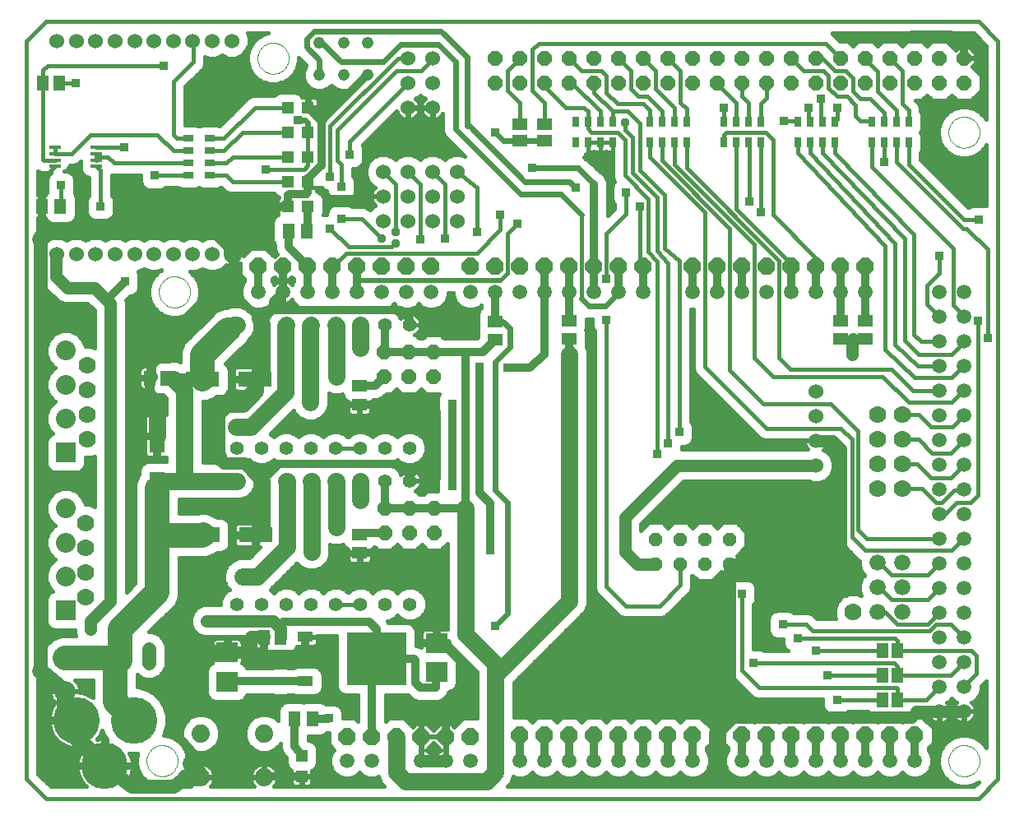
<source format=gtl>
G75*
G70*
%OFA0B0*%
%FSLAX24Y24*%
%IPPOS*%
%LPD*%
%AMOC8*
5,1,8,0,0,1.08239X$1,22.5*
%
%ADD10C,0.0160*%
%ADD11C,0.0000*%
%ADD12C,0.0600*%
%ADD13C,0.0594*%
%ADD14R,0.0472X0.0472*%
%ADD15R,0.0630X0.1378*%
%ADD16OC8,0.0600*%
%ADD17R,0.0591X0.0512*%
%ADD18C,0.0700*%
%ADD19OC8,0.0560*%
%ADD20C,0.0554*%
%ADD21R,0.0512X0.0591*%
%ADD22R,0.1378X0.0630*%
%ADD23R,0.0866X0.0787*%
%ADD24C,0.1890*%
%ADD25C,0.0560*%
%ADD26R,0.0472X0.0118*%
%ADD27R,0.0460X0.0630*%
%ADD28R,0.0800X0.0800*%
%ADD29C,0.0800*%
%ADD30C,0.0860*%
%ADD31C,0.0740*%
%ADD32R,0.2441X0.2126*%
%ADD33R,0.0630X0.0394*%
%ADD34R,0.0295X0.0433*%
%ADD35R,0.0433X0.0295*%
%ADD36C,0.0476*%
%ADD37OC8,0.0700*%
%ADD38C,0.0660*%
%ADD39C,0.0500*%
%ADD40C,0.0700*%
%ADD41C,0.0400*%
%ADD42C,0.0320*%
%ADD43C,0.0660*%
%ADD44R,0.0356X0.0356*%
%ADD45C,0.0240*%
%ADD46C,0.1000*%
%ADD47OC8,0.0356*%
%ADD48C,0.0200*%
D10*
X001915Y001160D02*
X002702Y000373D01*
X040498Y000373D01*
X041285Y001160D01*
X041285Y031082D01*
X040498Y031869D01*
X002702Y031869D01*
X001915Y031082D01*
X001915Y001160D01*
X002395Y001359D02*
X002395Y023898D01*
X002493Y023898D01*
X002493Y024325D01*
X002589Y024325D01*
X002589Y023898D01*
X002675Y023898D01*
X002694Y023851D01*
X002806Y023739D01*
X002953Y023678D01*
X003624Y023678D01*
X003771Y023739D01*
X003884Y023851D01*
X003945Y023998D01*
X003945Y024748D01*
X003884Y024895D01*
X003870Y024909D01*
X003893Y024965D01*
X003893Y025481D01*
X003832Y025628D01*
X003720Y025740D01*
X004156Y025740D01*
X004171Y025704D02*
X004110Y025851D01*
X004110Y026128D01*
X004110Y026189D01*
X004015Y026094D01*
X003839Y026021D01*
X003684Y026021D01*
X003658Y025960D01*
X003546Y025847D01*
X003452Y025808D01*
X003444Y025801D01*
X003573Y025801D01*
X003720Y025740D01*
X003597Y025898D02*
X004110Y025898D01*
X004110Y026057D02*
X003925Y026057D01*
X003743Y026501D02*
X004515Y027273D01*
X007215Y027273D01*
X007865Y026623D01*
X008494Y026623D01*
X008494Y026123D02*
X005465Y026123D01*
X005215Y026373D01*
X004874Y026373D01*
X004746Y026245D01*
X004746Y026501D01*
X004746Y026757D02*
X004762Y026773D01*
X005865Y026773D01*
X004915Y025821D02*
X004746Y025989D01*
X004915Y025821D02*
X004915Y024373D01*
X004337Y024313D02*
X003945Y024313D01*
X003945Y024471D02*
X004337Y024471D01*
X004337Y024630D02*
X003945Y024630D01*
X003928Y024789D02*
X004409Y024789D01*
X004398Y024778D02*
X004337Y024631D01*
X004337Y024115D01*
X004398Y023968D01*
X004510Y023856D01*
X004657Y023795D01*
X005173Y023795D01*
X005320Y023856D01*
X005432Y023968D01*
X005493Y024115D01*
X005493Y024631D01*
X005432Y024778D01*
X005395Y024815D01*
X005395Y025643D01*
X005560Y025643D01*
X006537Y025643D01*
X006537Y025365D01*
X006598Y025218D01*
X006710Y025106D01*
X006857Y025045D01*
X007373Y025045D01*
X007520Y025106D01*
X007557Y025143D01*
X008044Y025143D01*
X008051Y025136D01*
X008198Y025075D01*
X008790Y025075D01*
X008915Y025127D01*
X009040Y025075D01*
X009632Y025075D01*
X009779Y025136D01*
X009786Y025143D01*
X009816Y025143D01*
X009993Y024966D01*
X010169Y024893D01*
X010360Y024893D01*
X011943Y024893D01*
X012039Y024798D01*
X012152Y024751D01*
X012121Y024720D01*
X012098Y024679D01*
X012085Y024633D01*
X012085Y024411D01*
X012463Y024411D01*
X012463Y024335D01*
X012085Y024335D01*
X012085Y024113D01*
X012098Y024067D01*
X012118Y024032D01*
X012058Y024007D01*
X011946Y023895D01*
X011885Y023748D01*
X011885Y022998D01*
X011946Y022851D01*
X011981Y022816D01*
X011981Y022756D01*
X011978Y022653D01*
X011981Y022645D01*
X011981Y022636D01*
X012020Y022541D01*
X012056Y022445D01*
X012063Y022438D01*
X012066Y022430D01*
X012069Y022427D01*
X011971Y022328D01*
X011626Y022673D01*
X011004Y022673D01*
X010714Y022382D01*
X010714Y022420D01*
X010234Y022420D01*
X010234Y022420D01*
X010234Y021940D01*
X010272Y021940D01*
X010346Y021952D01*
X010418Y021975D01*
X010485Y022010D01*
X010547Y022054D01*
X010565Y022072D01*
X010565Y021612D01*
X010755Y021422D01*
X010755Y021330D01*
X010724Y021299D01*
X010618Y021043D01*
X010618Y020766D01*
X010724Y020510D01*
X010920Y020314D01*
X011176Y020208D01*
X011454Y020208D01*
X011710Y020314D01*
X011906Y020510D01*
X011944Y020603D01*
X011951Y020594D01*
X012004Y020541D01*
X012065Y020497D01*
X012132Y020462D01*
X012203Y020439D01*
X012277Y020428D01*
X012296Y020428D01*
X012296Y020886D01*
X012333Y020886D01*
X012333Y020428D01*
X012352Y020428D01*
X012427Y020439D01*
X012498Y020462D01*
X012565Y020497D01*
X012626Y020541D01*
X012679Y020594D01*
X012685Y020603D01*
X012724Y020510D01*
X012920Y020314D01*
X013099Y020239D01*
X013018Y020206D01*
X012943Y020130D01*
X012867Y020206D01*
X012592Y020320D01*
X012293Y020320D01*
X012018Y020206D01*
X011779Y019967D01*
X011754Y019905D01*
X011740Y019918D01*
X011682Y019961D01*
X011618Y019993D01*
X011550Y020016D01*
X011479Y020027D01*
X011451Y020027D01*
X011451Y019579D01*
X011434Y019579D01*
X011434Y020027D01*
X011407Y020027D01*
X011335Y020016D01*
X011267Y019993D01*
X011203Y019961D01*
X011145Y019918D01*
X011120Y019894D01*
X011078Y019995D01*
X010867Y020206D01*
X010592Y020320D01*
X010163Y020320D01*
X010050Y020273D01*
X009917Y020273D01*
X009586Y020136D01*
X009333Y019883D01*
X009333Y019883D01*
X008542Y019092D01*
X008289Y018839D01*
X008152Y018508D01*
X008152Y018064D01*
X008017Y018120D01*
X007719Y018120D01*
X007701Y018112D01*
X007259Y018112D01*
X007112Y018052D01*
X006999Y017939D01*
X006980Y017892D01*
X006973Y017892D01*
X006973Y017875D01*
X006938Y017792D01*
X006938Y017465D01*
X006877Y017465D01*
X006877Y017369D01*
X006938Y017369D01*
X006938Y017042D01*
X006973Y016959D01*
X006973Y016942D01*
X006980Y016942D01*
X006999Y016895D01*
X007112Y016783D01*
X007259Y016722D01*
X007455Y016722D01*
X007565Y016612D01*
X007565Y015937D01*
X007544Y015943D01*
X007283Y015943D01*
X007283Y015151D01*
X007128Y015151D01*
X007128Y014996D01*
X006711Y014996D01*
X006711Y014361D01*
X006723Y014315D01*
X006747Y014274D01*
X006780Y014241D01*
X006821Y014217D01*
X006867Y014205D01*
X007128Y014205D01*
X007128Y014996D01*
X007283Y014996D01*
X007283Y014205D01*
X007544Y014205D01*
X007565Y014210D01*
X007565Y014037D01*
X006811Y014037D01*
X006664Y013976D01*
X006552Y013863D01*
X006491Y013716D01*
X006491Y013506D01*
X006443Y013458D01*
X006306Y013127D01*
X006306Y011202D01*
X006306Y010844D01*
X006306Y009087D01*
X005965Y008746D01*
X005965Y020294D01*
X005965Y020552D01*
X005956Y020573D01*
X006129Y020745D01*
X006173Y020745D01*
X006320Y020806D01*
X006432Y020918D01*
X006493Y021065D01*
X006493Y021581D01*
X006435Y021720D01*
X006436Y021720D01*
X006691Y021826D01*
X006945Y021720D01*
X007223Y021720D01*
X007382Y021786D01*
X007283Y021729D01*
X007091Y021537D01*
X006955Y021302D01*
X006885Y021040D01*
X006885Y020769D01*
X006955Y020507D01*
X007091Y020272D01*
X007283Y020080D01*
X007517Y019945D01*
X007779Y019874D01*
X008051Y019874D01*
X008312Y019945D01*
X008547Y020080D01*
X008739Y020272D01*
X008875Y020507D01*
X008945Y020769D01*
X008945Y021040D01*
X008875Y021302D01*
X008739Y021537D01*
X008556Y021720D01*
X008798Y021720D01*
X009053Y021826D01*
X009307Y021720D01*
X009586Y021720D01*
X009843Y021827D01*
X010011Y021995D01*
X010050Y021975D01*
X010121Y021952D01*
X010196Y021940D01*
X010234Y021940D01*
X010234Y022420D01*
X010234Y022420D01*
X010714Y022420D01*
X010714Y022458D01*
X010702Y022533D01*
X010679Y022604D01*
X010644Y022672D01*
X010600Y022733D01*
X010547Y022786D01*
X010485Y022831D01*
X010418Y022865D01*
X010346Y022888D01*
X010272Y022900D01*
X010234Y022900D01*
X010234Y022421D01*
X010234Y022421D01*
X010234Y022900D01*
X010196Y022900D01*
X010121Y022888D01*
X010050Y022865D01*
X010011Y022845D01*
X009843Y023014D01*
X009586Y023120D01*
X009307Y023120D01*
X009053Y023015D01*
X008798Y023120D01*
X008520Y023120D01*
X008265Y023015D01*
X008011Y023120D01*
X007732Y023120D01*
X007478Y023015D01*
X007223Y023120D01*
X006945Y023120D01*
X006691Y023015D01*
X006436Y023120D01*
X006158Y023120D01*
X005903Y023015D01*
X005649Y023120D01*
X005370Y023120D01*
X005116Y023015D01*
X004861Y023120D01*
X004583Y023120D01*
X004328Y023015D01*
X004074Y023120D01*
X003795Y023120D01*
X003541Y023015D01*
X003286Y023120D01*
X003008Y023120D01*
X002751Y023014D01*
X002554Y022817D01*
X002447Y022559D01*
X002447Y022281D01*
X002465Y022238D01*
X002465Y021394D01*
X002564Y021155D01*
X002747Y020972D01*
X003197Y020522D01*
X003436Y020423D01*
X003694Y020423D01*
X004396Y020423D01*
X004665Y020154D01*
X004665Y018626D01*
X004514Y018689D01*
X004312Y018689D01*
X004193Y018976D01*
X003968Y019201D01*
X003674Y019322D01*
X003356Y019322D01*
X003062Y019201D01*
X002837Y018976D01*
X002715Y018682D01*
X002715Y018363D01*
X002837Y018069D01*
X003062Y017844D01*
X003088Y017834D01*
X003062Y017823D01*
X002837Y017598D01*
X002715Y017304D01*
X002715Y016985D01*
X002837Y016691D01*
X003062Y016466D01*
X003088Y016456D01*
X003062Y016445D01*
X002837Y016220D01*
X002715Y015926D01*
X002715Y015607D01*
X002837Y015313D01*
X002983Y015167D01*
X002888Y015128D01*
X002776Y015015D01*
X002715Y014868D01*
X002715Y013909D01*
X002776Y013762D01*
X002888Y013650D01*
X003035Y013589D01*
X003995Y013589D01*
X004142Y013650D01*
X004254Y013762D01*
X004315Y013909D01*
X004315Y014189D01*
X004514Y014189D01*
X004665Y014251D01*
X004665Y012209D01*
X004464Y012292D01*
X004313Y012292D01*
X004193Y012582D01*
X003968Y012807D01*
X003674Y012929D01*
X003356Y012929D01*
X003062Y012807D01*
X002837Y012582D01*
X002715Y012288D01*
X002715Y011970D01*
X002837Y011676D01*
X003062Y011451D01*
X003088Y011440D01*
X003062Y011429D01*
X002837Y011204D01*
X002715Y010910D01*
X002715Y010592D01*
X002837Y010298D01*
X003062Y010073D01*
X003088Y010062D01*
X003062Y010051D01*
X002837Y009826D01*
X002715Y009532D01*
X002715Y009214D01*
X002837Y008920D01*
X002983Y008773D01*
X002888Y008734D01*
X002776Y008622D01*
X002715Y008475D01*
X002715Y007515D01*
X002776Y007368D01*
X002888Y007256D01*
X003035Y007195D01*
X003865Y007195D01*
X003865Y007094D01*
X003912Y006981D01*
X003305Y006981D01*
X002974Y006844D01*
X002721Y006591D01*
X002584Y006260D01*
X002584Y005902D01*
X002721Y005571D01*
X002974Y005318D01*
X003180Y005233D01*
X003165Y005225D01*
X003087Y005168D01*
X003019Y005101D01*
X002963Y005023D01*
X002919Y004937D01*
X002889Y004846D01*
X002874Y004751D01*
X002874Y004722D01*
X003466Y004722D01*
X003466Y004685D01*
X002874Y004685D01*
X002874Y004655D01*
X002889Y004560D01*
X002919Y004469D01*
X002963Y004384D01*
X003019Y004306D01*
X003070Y004255D01*
X003028Y004202D01*
X002960Y004095D01*
X002906Y003981D01*
X002864Y003862D01*
X002836Y003739D01*
X002823Y003630D01*
X003866Y003630D01*
X003866Y003470D01*
X002823Y003470D01*
X002836Y003361D01*
X002864Y003238D01*
X002906Y003119D01*
X002960Y003005D01*
X003028Y002898D01*
X003106Y002799D01*
X003196Y002710D01*
X003294Y002631D01*
X003401Y002564D01*
X003515Y002509D01*
X003635Y002467D01*
X003758Y002439D01*
X003866Y002427D01*
X003866Y003470D01*
X004026Y003470D01*
X004026Y002427D01*
X004135Y002439D01*
X004258Y002467D01*
X004269Y002471D01*
X004248Y002450D01*
X004169Y002352D01*
X004102Y002245D01*
X004047Y002131D01*
X004006Y002012D01*
X003977Y001888D01*
X003965Y001780D01*
X005008Y001780D01*
X005008Y002823D01*
X004899Y002810D01*
X004776Y002782D01*
X004766Y002779D01*
X004786Y002799D01*
X004865Y002898D01*
X004932Y003005D01*
X004987Y003119D01*
X004990Y003127D01*
X005016Y003031D01*
X005168Y002768D01*
X005168Y001780D01*
X005008Y001780D01*
X005008Y001620D01*
X003965Y001620D01*
X003977Y001511D01*
X004006Y001388D01*
X004047Y001269D01*
X004102Y001155D01*
X004169Y001048D01*
X004248Y000949D01*
X004337Y000860D01*
X004346Y000853D01*
X002901Y000853D01*
X002395Y001359D01*
X002430Y001324D02*
X004028Y001324D01*
X003984Y001483D02*
X002395Y001483D01*
X002395Y001641D02*
X005008Y001641D01*
X005008Y001800D02*
X005168Y001800D01*
X005168Y001780D02*
X006211Y001780D01*
X006199Y001888D01*
X006171Y002012D01*
X006129Y002131D01*
X006093Y002205D01*
X006429Y002205D01*
X006385Y002040D01*
X006385Y001769D01*
X006455Y001507D01*
X006591Y001272D01*
X006783Y001080D01*
X007017Y000945D01*
X007279Y000874D01*
X007551Y000874D01*
X007812Y000945D01*
X008047Y001080D01*
X008239Y001272D01*
X008375Y001507D01*
X008445Y001769D01*
X008445Y002040D01*
X008375Y002302D01*
X008239Y002537D01*
X008047Y002729D01*
X007812Y002864D01*
X007551Y002934D01*
X007467Y002934D01*
X007522Y003031D01*
X007614Y003373D01*
X007614Y003727D01*
X007522Y004069D01*
X007345Y004376D01*
X007095Y004626D01*
X006788Y004803D01*
X006446Y004895D01*
X006415Y004895D01*
X006415Y005392D01*
X006501Y005306D01*
X006751Y005203D01*
X007021Y005203D01*
X007271Y005306D01*
X007463Y005497D01*
X007566Y005747D01*
X007566Y006578D01*
X007463Y006828D01*
X007271Y007019D01*
X007021Y007123D01*
X006887Y007123D01*
X007978Y008213D01*
X008115Y008544D01*
X008115Y008902D01*
X008106Y008924D01*
X008106Y010123D01*
X009222Y010123D01*
X009553Y010260D01*
X009632Y010339D01*
X009843Y010339D01*
X009990Y010400D01*
X010102Y010512D01*
X010163Y010659D01*
X010163Y011449D01*
X010102Y011596D01*
X009990Y011708D01*
X009843Y011769D01*
X009632Y011769D01*
X009584Y011817D01*
X009253Y011954D01*
X008895Y011954D01*
X008820Y011923D01*
X008106Y011923D01*
X008106Y012501D01*
X008216Y012501D01*
X008514Y012501D01*
X010611Y012501D01*
X010887Y012615D01*
X011098Y012826D01*
X011140Y012927D01*
X011164Y012902D01*
X011223Y012860D01*
X011287Y012827D01*
X011355Y012805D01*
X011426Y012794D01*
X011454Y012794D01*
X011454Y013242D01*
X011471Y013242D01*
X011471Y012794D01*
X011498Y012794D01*
X011569Y012805D01*
X011638Y012827D01*
X011702Y012860D01*
X011715Y012869D01*
X011715Y011549D01*
X011278Y011549D01*
X011278Y011132D01*
X011123Y011132D01*
X011123Y011549D01*
X010488Y011549D01*
X010442Y011537D01*
X010401Y011513D01*
X010367Y011479D01*
X010344Y011438D01*
X010331Y011393D01*
X010331Y011131D01*
X011123Y011131D01*
X011123Y010976D01*
X011278Y010976D01*
X011278Y010559D01*
X011391Y010559D01*
X010954Y010123D01*
X010516Y010123D01*
X010240Y010009D01*
X010029Y009798D01*
X009915Y009522D01*
X009915Y009224D01*
X010029Y008948D01*
X010131Y008846D01*
X010079Y008825D01*
X009888Y008634D01*
X009785Y008386D01*
X009785Y008223D01*
X009086Y008223D01*
X008847Y008124D01*
X008815Y008092D01*
X008810Y008090D01*
X008698Y007978D01*
X008696Y007973D01*
X008664Y007941D01*
X008565Y007702D01*
X008565Y007444D01*
X008664Y007205D01*
X008696Y007173D01*
X008698Y007168D01*
X008810Y007056D01*
X008815Y007054D01*
X008847Y007022D01*
X009086Y006923D01*
X011496Y006923D01*
X011496Y006868D01*
X011109Y006868D01*
X011109Y006597D01*
X011121Y006551D01*
X011145Y006510D01*
X011178Y006476D01*
X011219Y006453D01*
X011265Y006441D01*
X011496Y006441D01*
X011496Y006868D01*
X011558Y006868D01*
X011558Y006541D01*
X011592Y006458D01*
X011592Y006441D01*
X011599Y006441D01*
X011619Y006394D01*
X011731Y006281D01*
X011878Y006221D01*
X012549Y006221D01*
X012696Y006281D01*
X012809Y006394D01*
X012870Y006541D01*
X012870Y006548D01*
X012886Y006544D01*
X013207Y006544D01*
X013207Y006902D01*
X013244Y006902D01*
X013244Y006939D01*
X013720Y006939D01*
X013720Y006963D01*
X014479Y006963D01*
X014479Y004880D01*
X014540Y004733D01*
X014652Y004621D01*
X014799Y004560D01*
X015355Y004560D01*
X015355Y003493D01*
X015226Y003623D01*
X014743Y003623D01*
X014743Y003881D01*
X014682Y004028D01*
X014570Y004140D01*
X014423Y004201D01*
X014042Y004201D01*
X014004Y004239D01*
X013857Y004300D01*
X013186Y004300D01*
X013148Y004284D01*
X013109Y004300D01*
X012438Y004300D01*
X012291Y004239D01*
X012179Y004126D01*
X012118Y003979D01*
X012118Y003529D01*
X011981Y003666D01*
X011698Y003783D01*
X011392Y003783D01*
X011109Y003666D01*
X010892Y003449D01*
X010775Y003166D01*
X010775Y002860D01*
X010892Y002577D01*
X011109Y002360D01*
X011392Y002243D01*
X011698Y002243D01*
X011981Y002360D01*
X012198Y002577D01*
X012214Y002615D01*
X012214Y002547D01*
X012204Y002476D01*
X012214Y002437D01*
X012214Y002396D01*
X012241Y002330D01*
X012259Y002260D01*
X012283Y002228D01*
X012299Y002190D01*
X012350Y002140D01*
X012438Y002022D01*
X012438Y001791D01*
X012499Y001644D01*
X012612Y001531D01*
X012658Y001512D01*
X012658Y001318D01*
X013036Y001318D01*
X013036Y001242D01*
X012658Y001242D01*
X012658Y001020D01*
X012670Y000974D01*
X012694Y000933D01*
X012728Y000900D01*
X012769Y000876D01*
X012814Y000864D01*
X013036Y000864D01*
X013036Y001242D01*
X013113Y001242D01*
X013113Y001318D01*
X013491Y001318D01*
X013491Y001512D01*
X013537Y001531D01*
X013650Y001644D01*
X013711Y001791D01*
X013711Y002423D01*
X013650Y002570D01*
X013537Y002682D01*
X013390Y002743D01*
X013334Y002743D01*
X013334Y002909D01*
X013857Y002909D01*
X014004Y002970D01*
X014079Y003044D01*
X014165Y003044D01*
X014165Y002562D01*
X014376Y002351D01*
X014324Y002299D01*
X014218Y002043D01*
X014218Y001766D01*
X014324Y001510D01*
X014520Y001314D01*
X014776Y001208D01*
X015054Y001208D01*
X015310Y001314D01*
X015415Y001419D01*
X015520Y001314D01*
X015776Y001208D01*
X016054Y001208D01*
X016172Y001257D01*
X016279Y000998D01*
X016424Y000853D01*
X011943Y000853D01*
X011964Y000875D01*
X012015Y000945D01*
X012055Y001022D01*
X012081Y001104D01*
X012095Y001190D01*
X012095Y001213D01*
X011565Y001213D01*
X011565Y001253D01*
X011525Y001253D01*
X011525Y001783D01*
X011502Y001783D01*
X011416Y001769D01*
X011334Y001743D01*
X011257Y001703D01*
X011187Y001652D01*
X011125Y001591D01*
X011075Y001521D01*
X011035Y001444D01*
X011009Y001362D01*
X010995Y001276D01*
X010995Y001253D01*
X011525Y001253D01*
X011525Y001213D01*
X010995Y001213D01*
X010995Y001190D01*
X011009Y001104D01*
X011035Y001022D01*
X011075Y000945D01*
X011125Y000875D01*
X011147Y000853D01*
X009383Y000853D01*
X009404Y000875D01*
X009455Y000945D01*
X009495Y001022D01*
X009521Y001104D01*
X009535Y001190D01*
X009535Y001213D01*
X009005Y001213D01*
X009005Y001253D01*
X008965Y001253D01*
X008965Y001783D01*
X008942Y001783D01*
X008856Y001769D01*
X008774Y001743D01*
X008697Y001703D01*
X008627Y001652D01*
X008565Y001591D01*
X008515Y001521D01*
X008475Y001444D01*
X008449Y001362D01*
X008435Y001276D01*
X008435Y001253D01*
X008965Y001253D01*
X008965Y001213D01*
X008435Y001213D01*
X008435Y001190D01*
X008449Y001104D01*
X008475Y001022D01*
X008515Y000945D01*
X008565Y000875D01*
X008587Y000853D01*
X005830Y000853D01*
X005839Y000860D01*
X005928Y000949D01*
X006007Y001048D01*
X006074Y001155D01*
X006129Y001269D01*
X006171Y001388D01*
X006199Y001511D01*
X006211Y001620D01*
X005168Y001620D01*
X005168Y001780D01*
X005168Y001641D02*
X006419Y001641D01*
X006385Y001800D02*
X006209Y001800D01*
X006183Y001958D02*
X006385Y001958D01*
X006406Y002117D02*
X006134Y002117D01*
X006192Y001483D02*
X006469Y001483D01*
X006561Y001324D02*
X006149Y001324D01*
X006079Y001166D02*
X006697Y001166D01*
X006909Y001007D02*
X005975Y001007D01*
X005168Y001958D02*
X005008Y001958D01*
X005008Y002117D02*
X005168Y002117D01*
X005168Y002275D02*
X005008Y002275D01*
X005008Y002434D02*
X005168Y002434D01*
X005168Y002593D02*
X005008Y002593D01*
X005008Y002751D02*
X005168Y002751D01*
X005086Y002910D02*
X004872Y002910D01*
X004963Y003068D02*
X005006Y003068D01*
X004026Y003068D02*
X003866Y003068D01*
X003866Y002910D02*
X004026Y002910D01*
X004026Y002751D02*
X003866Y002751D01*
X003866Y002593D02*
X004026Y002593D01*
X004026Y002434D02*
X003866Y002434D01*
X003805Y002434D02*
X002395Y002434D01*
X002395Y002593D02*
X003356Y002593D01*
X003155Y002751D02*
X002395Y002751D01*
X002395Y002910D02*
X003020Y002910D01*
X002930Y003068D02*
X002395Y003068D01*
X002395Y003227D02*
X002868Y003227D01*
X002833Y003385D02*
X002395Y003385D01*
X002395Y003544D02*
X003866Y003544D01*
X003866Y003385D02*
X004026Y003385D01*
X004026Y003227D02*
X003866Y003227D01*
X004088Y002434D02*
X004235Y002434D01*
X004121Y002275D02*
X002395Y002275D01*
X002395Y002117D02*
X004042Y002117D01*
X003993Y001958D02*
X002395Y001958D01*
X002395Y001800D02*
X003967Y001800D01*
X004097Y001166D02*
X002588Y001166D01*
X002747Y001007D02*
X004202Y001007D01*
X002832Y003702D02*
X002395Y003702D01*
X002395Y003861D02*
X002864Y003861D01*
X002924Y004019D02*
X002395Y004019D01*
X002395Y004178D02*
X003013Y004178D01*
X002997Y004336D02*
X002395Y004336D01*
X002395Y004495D02*
X002910Y004495D01*
X002874Y004654D02*
X002395Y004654D01*
X002395Y004812D02*
X002884Y004812D01*
X002936Y004971D02*
X002395Y004971D01*
X002395Y005129D02*
X003048Y005129D01*
X003048Y005288D02*
X002395Y005288D01*
X002395Y005446D02*
X002846Y005446D01*
X002707Y005605D02*
X002395Y005605D01*
X002395Y005763D02*
X002642Y005763D01*
X002584Y005922D02*
X002395Y005922D01*
X002395Y006080D02*
X002584Y006080D01*
X002584Y006239D02*
X002395Y006239D01*
X002395Y006398D02*
X002641Y006398D01*
X002707Y006556D02*
X002395Y006556D01*
X002395Y006715D02*
X002845Y006715D01*
X003045Y006873D02*
X002395Y006873D01*
X002395Y007032D02*
X003891Y007032D01*
X003865Y007190D02*
X002395Y007190D01*
X002395Y007349D02*
X002795Y007349D01*
X002718Y007507D02*
X002395Y007507D01*
X002395Y007666D02*
X002715Y007666D01*
X002715Y007824D02*
X002395Y007824D01*
X002395Y007983D02*
X002715Y007983D01*
X002715Y008142D02*
X002395Y008142D01*
X002395Y008300D02*
X002715Y008300D01*
X002715Y008459D02*
X002395Y008459D01*
X002395Y008617D02*
X002774Y008617D01*
X002981Y008776D02*
X002395Y008776D01*
X002395Y008934D02*
X002831Y008934D01*
X002765Y009093D02*
X002395Y009093D01*
X002395Y009251D02*
X002715Y009251D01*
X002715Y009410D02*
X002395Y009410D01*
X002395Y009568D02*
X002730Y009568D01*
X002796Y009727D02*
X002395Y009727D01*
X002395Y009886D02*
X002896Y009886D01*
X003055Y010044D02*
X002395Y010044D01*
X002395Y010203D02*
X002932Y010203D01*
X002810Y010361D02*
X002395Y010361D01*
X002395Y010520D02*
X002745Y010520D01*
X002715Y010678D02*
X002395Y010678D01*
X002395Y010837D02*
X002715Y010837D01*
X002750Y010995D02*
X002395Y010995D01*
X002395Y011154D02*
X002816Y011154D01*
X002945Y011312D02*
X002395Y011312D01*
X002395Y011471D02*
X003041Y011471D01*
X002883Y011629D02*
X002395Y011629D01*
X002395Y011788D02*
X002790Y011788D01*
X002724Y011947D02*
X002395Y011947D01*
X002395Y012105D02*
X002715Y012105D01*
X002715Y012264D02*
X002395Y012264D01*
X002395Y012422D02*
X002771Y012422D01*
X002836Y012581D02*
X002395Y012581D01*
X002395Y012739D02*
X002994Y012739D01*
X003281Y012898D02*
X002395Y012898D01*
X002395Y013056D02*
X004665Y013056D01*
X004665Y012898D02*
X003749Y012898D01*
X004036Y012739D02*
X004665Y012739D01*
X004665Y012581D02*
X004194Y012581D01*
X004259Y012422D02*
X004665Y012422D01*
X004665Y012264D02*
X004532Y012264D01*
X004665Y013215D02*
X002395Y013215D01*
X002395Y013373D02*
X004665Y013373D01*
X004665Y013532D02*
X002395Y013532D01*
X002395Y013691D02*
X002847Y013691D01*
X002740Y013849D02*
X002395Y013849D01*
X002395Y014008D02*
X002715Y014008D01*
X002715Y014166D02*
X002395Y014166D01*
X002395Y014325D02*
X002715Y014325D01*
X002715Y014483D02*
X002395Y014483D01*
X002395Y014642D02*
X002715Y014642D01*
X002715Y014800D02*
X002395Y014800D01*
X002395Y014959D02*
X002753Y014959D01*
X002878Y015117D02*
X002395Y015117D01*
X002395Y015276D02*
X002874Y015276D01*
X002787Y015435D02*
X002395Y015435D01*
X002395Y015593D02*
X002721Y015593D01*
X002715Y015752D02*
X002395Y015752D01*
X002395Y015910D02*
X002715Y015910D01*
X002774Y016069D02*
X002395Y016069D01*
X002395Y016227D02*
X002844Y016227D01*
X003003Y016386D02*
X002395Y016386D01*
X002395Y016544D02*
X002984Y016544D01*
X002832Y016703D02*
X002395Y016703D01*
X002395Y016861D02*
X002766Y016861D01*
X002715Y017020D02*
X002395Y017020D01*
X002395Y017179D02*
X002715Y017179D01*
X002729Y017337D02*
X002395Y017337D01*
X002395Y017496D02*
X002794Y017496D01*
X002893Y017654D02*
X002395Y017654D01*
X002395Y017813D02*
X003052Y017813D01*
X002935Y017971D02*
X002395Y017971D01*
X002395Y018130D02*
X002812Y018130D01*
X002746Y018288D02*
X002395Y018288D01*
X002395Y018447D02*
X002715Y018447D01*
X002715Y018605D02*
X002395Y018605D01*
X002395Y018764D02*
X002749Y018764D01*
X002815Y018922D02*
X002395Y018922D01*
X002395Y019081D02*
X002942Y019081D01*
X003156Y019240D02*
X002395Y019240D01*
X002395Y019398D02*
X004665Y019398D01*
X004665Y019240D02*
X003874Y019240D01*
X004088Y019081D02*
X004665Y019081D01*
X004665Y018922D02*
X004215Y018922D01*
X004281Y018764D02*
X004665Y018764D01*
X004665Y019557D02*
X002395Y019557D01*
X002395Y019715D02*
X004665Y019715D01*
X004665Y019874D02*
X002395Y019874D01*
X002395Y020032D02*
X004665Y020032D01*
X004628Y020191D02*
X002395Y020191D01*
X002395Y020349D02*
X004469Y020349D01*
X003230Y020508D02*
X002395Y020508D01*
X002395Y020666D02*
X003052Y020666D01*
X002894Y020825D02*
X002395Y020825D01*
X002395Y020984D02*
X002735Y020984D01*
X002576Y021142D02*
X002395Y021142D01*
X002395Y021301D02*
X002503Y021301D01*
X002465Y021459D02*
X002395Y021459D01*
X002395Y021618D02*
X002465Y021618D01*
X002465Y021776D02*
X002395Y021776D01*
X002395Y021935D02*
X002465Y021935D01*
X002465Y022093D02*
X002395Y022093D01*
X002395Y022252D02*
X002459Y022252D01*
X002447Y022410D02*
X002395Y022410D01*
X002395Y022569D02*
X002451Y022569D01*
X002395Y022728D02*
X002517Y022728D01*
X002623Y022886D02*
X002395Y022886D01*
X002395Y023045D02*
X002826Y023045D01*
X002395Y023203D02*
X011885Y023203D01*
X011885Y023045D02*
X009768Y023045D01*
X009970Y022886D02*
X010115Y022886D01*
X010234Y022886D02*
X010234Y022886D01*
X010353Y022886D02*
X011931Y022886D01*
X011980Y022728D02*
X010604Y022728D01*
X010690Y022569D02*
X010900Y022569D01*
X010742Y022410D02*
X010714Y022410D01*
X010714Y022382D02*
X010714Y022382D01*
X010565Y021935D02*
X009951Y021935D01*
X009721Y021776D02*
X010565Y021776D01*
X010565Y021618D02*
X008658Y021618D01*
X008784Y021459D02*
X010718Y021459D01*
X010726Y021301D02*
X008875Y021301D01*
X008918Y021142D02*
X010659Y021142D01*
X010618Y020984D02*
X008945Y020984D01*
X008945Y020825D02*
X010618Y020825D01*
X010659Y020666D02*
X008917Y020666D01*
X008875Y020508D02*
X010726Y020508D01*
X010884Y020349D02*
X008784Y020349D01*
X008658Y020191D02*
X009719Y020191D01*
X009482Y020032D02*
X008464Y020032D01*
X009007Y019557D02*
X005965Y019557D01*
X005965Y019715D02*
X009165Y019715D01*
X009324Y019874D02*
X005965Y019874D01*
X005965Y020032D02*
X007366Y020032D01*
X007172Y020191D02*
X005965Y020191D01*
X005965Y020349D02*
X007046Y020349D01*
X006955Y020508D02*
X005965Y020508D01*
X006050Y020666D02*
X006912Y020666D01*
X006885Y020825D02*
X006339Y020825D01*
X006459Y020984D02*
X006885Y020984D01*
X006912Y021142D02*
X006493Y021142D01*
X006493Y021301D02*
X006955Y021301D01*
X007046Y021459D02*
X006493Y021459D01*
X006478Y021618D02*
X007172Y021618D01*
X007359Y021776D02*
X007365Y021776D01*
X006810Y021776D02*
X006571Y021776D01*
X006618Y023045D02*
X006763Y023045D01*
X007406Y023045D02*
X007550Y023045D01*
X008193Y023045D02*
X008338Y023045D01*
X008981Y023045D02*
X009125Y023045D01*
X010234Y022728D02*
X010234Y022728D01*
X010234Y022569D02*
X010234Y022569D01*
X010234Y022410D02*
X010234Y022410D01*
X010234Y022252D02*
X010234Y022252D01*
X010234Y022093D02*
X010234Y022093D01*
X009172Y021776D02*
X008934Y021776D01*
X010882Y020191D02*
X012003Y020191D01*
X011844Y020032D02*
X011041Y020032D01*
X011434Y019874D02*
X011451Y019874D01*
X011434Y019715D02*
X011451Y019715D01*
X011451Y019561D02*
X011451Y019113D01*
X011479Y019113D01*
X011550Y019124D01*
X011618Y019146D01*
X011665Y019170D01*
X011665Y017865D01*
X011255Y017865D01*
X011255Y017447D01*
X011100Y017447D01*
X011100Y017292D01*
X011255Y017292D01*
X011255Y016875D01*
X011406Y016875D01*
X010704Y016173D01*
X010266Y016173D01*
X009990Y016059D01*
X009779Y015848D01*
X009665Y015572D01*
X009665Y015274D01*
X009779Y014998D01*
X009855Y014922D01*
X009765Y014704D01*
X009765Y014435D01*
X009868Y014186D01*
X010054Y014001D01*
X009065Y014001D01*
X009065Y016470D01*
X009231Y016470D01*
X009561Y016607D01*
X009609Y016655D01*
X009820Y016655D01*
X009967Y016716D01*
X010080Y016828D01*
X010141Y016975D01*
X010141Y017764D01*
X010080Y017911D01*
X009993Y017998D01*
X010592Y018596D01*
X010625Y018610D01*
X010878Y018863D01*
X010935Y019002D01*
X011078Y019145D01*
X011120Y019246D01*
X011145Y019221D01*
X011203Y019179D01*
X011267Y019146D01*
X011335Y019124D01*
X011407Y019113D01*
X011434Y019113D01*
X011434Y019561D01*
X011451Y019561D01*
X011451Y019557D02*
X011434Y019557D01*
X011434Y019398D02*
X011451Y019398D01*
X011434Y019240D02*
X011451Y019240D01*
X011665Y019081D02*
X011014Y019081D01*
X011118Y019240D02*
X011126Y019240D01*
X010902Y018922D02*
X011665Y018922D01*
X011665Y018764D02*
X010779Y018764D01*
X010614Y018605D02*
X011665Y018605D01*
X011665Y018447D02*
X010442Y018447D01*
X010284Y018288D02*
X011665Y018288D01*
X011665Y018130D02*
X010125Y018130D01*
X010020Y017971D02*
X011665Y017971D01*
X011255Y017813D02*
X011100Y017813D01*
X011100Y017865D02*
X010465Y017865D01*
X010419Y017852D01*
X010378Y017829D01*
X010345Y017795D01*
X010321Y017754D01*
X010309Y017708D01*
X010309Y017447D01*
X011100Y017447D01*
X011100Y017865D01*
X011100Y017654D02*
X011255Y017654D01*
X011255Y017496D02*
X011100Y017496D01*
X011100Y017337D02*
X010141Y017337D01*
X010141Y017179D02*
X010309Y017179D01*
X010309Y017292D02*
X010309Y017031D01*
X010321Y016985D01*
X010345Y016944D01*
X010378Y016911D01*
X010419Y016887D01*
X010465Y016875D01*
X011100Y016875D01*
X011100Y017292D01*
X010309Y017292D01*
X010309Y017496D02*
X010141Y017496D01*
X010141Y017654D02*
X010309Y017654D01*
X010362Y017813D02*
X010120Y017813D01*
X010141Y017020D02*
X010312Y017020D01*
X010093Y016861D02*
X011393Y016861D01*
X011255Y017020D02*
X011100Y017020D01*
X011100Y017179D02*
X011255Y017179D01*
X011234Y016703D02*
X009936Y016703D01*
X009411Y016544D02*
X011076Y016544D01*
X010917Y016386D02*
X009065Y016386D01*
X009065Y016227D02*
X010759Y016227D01*
X010014Y016069D02*
X009065Y016069D01*
X009065Y015910D02*
X009842Y015910D01*
X009739Y015752D02*
X009065Y015752D01*
X009065Y015593D02*
X009674Y015593D01*
X009665Y015435D02*
X009065Y015435D01*
X009065Y015276D02*
X009665Y015276D01*
X009730Y015117D02*
X009065Y015117D01*
X009065Y014959D02*
X009818Y014959D01*
X009805Y014800D02*
X009065Y014800D01*
X009065Y014642D02*
X009765Y014642D01*
X009765Y014483D02*
X009065Y014483D01*
X009065Y014325D02*
X009811Y014325D01*
X009888Y014166D02*
X009065Y014166D01*
X009065Y014008D02*
X010047Y014008D01*
X010725Y013954D02*
X010826Y013996D01*
X010943Y014112D01*
X011059Y013996D01*
X011308Y013893D01*
X011577Y013893D01*
X011826Y013996D01*
X011943Y014112D01*
X012059Y013996D01*
X012180Y013946D01*
X012037Y013887D01*
X011826Y013676D01*
X011785Y013575D01*
X011760Y013600D01*
X011702Y013642D01*
X011638Y013674D01*
X011569Y013697D01*
X011498Y013708D01*
X011471Y013708D01*
X011471Y013260D01*
X011454Y013260D01*
X011454Y013708D01*
X011426Y013708D01*
X011355Y013697D01*
X011287Y013674D01*
X011223Y013642D01*
X011164Y013600D01*
X011140Y013575D01*
X011098Y013676D01*
X010887Y013887D01*
X010725Y013954D01*
X010838Y014008D02*
X011047Y014008D01*
X010925Y013849D02*
X012000Y013849D01*
X012047Y014008D02*
X011838Y014008D01*
X011841Y013691D02*
X011588Y013691D01*
X011471Y013691D02*
X011454Y013691D01*
X011336Y013691D02*
X011083Y013691D01*
X011454Y013532D02*
X011471Y013532D01*
X011454Y013373D02*
X011471Y013373D01*
X011454Y013215D02*
X011471Y013215D01*
X011454Y013056D02*
X011471Y013056D01*
X011454Y012898D02*
X011471Y012898D01*
X011715Y012739D02*
X011011Y012739D01*
X011128Y012898D02*
X011170Y012898D01*
X010804Y012581D02*
X011715Y012581D01*
X011715Y012422D02*
X008106Y012422D01*
X008106Y012264D02*
X011715Y012264D01*
X011715Y012105D02*
X008106Y012105D01*
X008106Y011947D02*
X008878Y011947D01*
X009271Y011947D02*
X011715Y011947D01*
X011715Y011788D02*
X009613Y011788D01*
X010069Y011629D02*
X011715Y011629D01*
X011278Y011471D02*
X011123Y011471D01*
X011123Y011312D02*
X011278Y011312D01*
X011278Y011154D02*
X011123Y011154D01*
X011123Y010995D02*
X010163Y010995D01*
X010163Y010837D02*
X010331Y010837D01*
X010331Y010715D02*
X010331Y010976D01*
X011123Y010976D01*
X011123Y010559D01*
X010488Y010559D01*
X010442Y010571D01*
X010401Y010595D01*
X010367Y010629D01*
X010344Y010670D01*
X010331Y010715D01*
X010341Y010678D02*
X010163Y010678D01*
X010105Y010520D02*
X011351Y010520D01*
X011278Y010678D02*
X011123Y010678D01*
X011123Y010837D02*
X011278Y010837D01*
X011193Y010361D02*
X009896Y010361D01*
X009415Y010203D02*
X011034Y010203D01*
X010325Y010044D02*
X008106Y010044D01*
X008106Y009886D02*
X010117Y009886D01*
X010000Y009727D02*
X008106Y009727D01*
X008106Y009568D02*
X009934Y009568D01*
X009915Y009410D02*
X008106Y009410D01*
X008106Y009251D02*
X009915Y009251D01*
X009969Y009093D02*
X008106Y009093D01*
X008106Y008934D02*
X010043Y008934D01*
X010029Y008776D02*
X008115Y008776D01*
X008115Y008617D02*
X009881Y008617D01*
X009815Y008459D02*
X008080Y008459D01*
X008014Y008300D02*
X009785Y008300D01*
X008889Y008142D02*
X007906Y008142D01*
X007748Y007983D02*
X008703Y007983D01*
X008616Y007824D02*
X007589Y007824D01*
X007431Y007666D02*
X008565Y007666D01*
X008565Y007507D02*
X007272Y007507D01*
X007114Y007349D02*
X008604Y007349D01*
X008678Y007190D02*
X006955Y007190D01*
X007241Y007032D02*
X008837Y007032D01*
X009451Y006753D02*
X009439Y006707D01*
X009439Y006370D01*
X009972Y006370D01*
X009972Y006864D01*
X009595Y006864D01*
X009549Y006851D01*
X009508Y006828D01*
X009475Y006794D01*
X009451Y006753D01*
X009441Y006715D02*
X007510Y006715D01*
X007566Y006556D02*
X009439Y006556D01*
X009439Y006398D02*
X007566Y006398D01*
X007566Y006239D02*
X009972Y006239D01*
X009972Y006210D02*
X009439Y006210D01*
X009439Y005872D01*
X009442Y005862D01*
X009392Y005841D01*
X009280Y005729D01*
X009219Y005582D01*
X009219Y004635D01*
X009280Y004488D01*
X009392Y004376D01*
X009539Y004315D01*
X010565Y004315D01*
X010712Y004376D01*
X010824Y004488D01*
X010855Y004563D01*
X011914Y004563D01*
X011957Y004545D01*
X012473Y004545D01*
X012516Y004563D01*
X012747Y004563D01*
X012831Y004528D01*
X013620Y004528D01*
X013767Y004589D01*
X013879Y004702D01*
X013940Y004849D01*
X013940Y005402D01*
X013879Y005549D01*
X013767Y005661D01*
X013620Y005722D01*
X012831Y005722D01*
X012736Y005683D01*
X012516Y005683D01*
X012473Y005701D01*
X011957Y005701D01*
X011914Y005683D01*
X010843Y005683D01*
X010824Y005729D01*
X010712Y005841D01*
X010662Y005862D01*
X010665Y005872D01*
X010665Y006210D01*
X010132Y006210D01*
X010132Y006370D01*
X009972Y006370D01*
X009972Y006210D01*
X010132Y006239D02*
X011834Y006239D01*
X011617Y006398D02*
X010665Y006398D01*
X010665Y006370D02*
X010665Y006707D01*
X010653Y006753D01*
X010629Y006794D01*
X010596Y006828D01*
X010554Y006851D01*
X010509Y006864D01*
X010132Y006864D01*
X010132Y006370D01*
X010665Y006370D01*
X010665Y006556D02*
X011119Y006556D01*
X011109Y006715D02*
X010663Y006715D01*
X010132Y006715D02*
X009972Y006715D01*
X009972Y006556D02*
X010132Y006556D01*
X010132Y006398D02*
X009972Y006398D01*
X009439Y006080D02*
X007566Y006080D01*
X007566Y005922D02*
X009439Y005922D01*
X009314Y005763D02*
X007566Y005763D01*
X007507Y005605D02*
X009228Y005605D01*
X009219Y005446D02*
X007411Y005446D01*
X007227Y005288D02*
X009219Y005288D01*
X009219Y005129D02*
X006415Y005129D01*
X006415Y004971D02*
X009219Y004971D01*
X009219Y004812D02*
X006755Y004812D01*
X007048Y004654D02*
X009219Y004654D01*
X009277Y004495D02*
X007226Y004495D01*
X007368Y004336D02*
X009487Y004336D01*
X009333Y003702D02*
X011197Y003702D01*
X010987Y003544D02*
X009543Y003544D01*
X009638Y003449D02*
X009421Y003666D01*
X009138Y003783D01*
X008832Y003783D01*
X008549Y003666D01*
X008332Y003449D01*
X008215Y003166D01*
X008215Y002860D01*
X008332Y002577D01*
X008549Y002360D01*
X008832Y002243D01*
X009138Y002243D01*
X009421Y002360D01*
X009638Y002577D01*
X009755Y002860D01*
X009755Y003166D01*
X009638Y003449D01*
X009664Y003385D02*
X010866Y003385D01*
X010800Y003227D02*
X009730Y003227D01*
X009755Y003068D02*
X010775Y003068D01*
X010775Y002910D02*
X009755Y002910D01*
X009710Y002751D02*
X010820Y002751D01*
X010886Y002593D02*
X009644Y002593D01*
X009495Y002434D02*
X011035Y002434D01*
X011313Y002275D02*
X009217Y002275D01*
X008753Y002275D02*
X008382Y002275D01*
X008424Y002117D02*
X012367Y002117D01*
X012438Y001958D02*
X008445Y001958D01*
X008445Y001800D02*
X012438Y001800D01*
X012502Y001641D02*
X011914Y001641D01*
X011903Y001652D02*
X011833Y001703D01*
X011756Y001743D01*
X011674Y001769D01*
X011588Y001783D01*
X011565Y001783D01*
X011565Y001253D01*
X012095Y001253D01*
X012095Y001276D01*
X012081Y001362D01*
X012055Y001444D01*
X012015Y001521D01*
X011964Y001591D01*
X011903Y001652D01*
X012035Y001483D02*
X012658Y001483D01*
X012658Y001324D02*
X012087Y001324D01*
X012091Y001166D02*
X012658Y001166D01*
X012662Y001007D02*
X012047Y001007D01*
X011565Y001324D02*
X011525Y001324D01*
X011525Y001483D02*
X011565Y001483D01*
X011565Y001641D02*
X011525Y001641D01*
X011176Y001641D02*
X009354Y001641D01*
X009343Y001652D02*
X009273Y001703D01*
X009196Y001743D01*
X009114Y001769D01*
X009028Y001783D01*
X009005Y001783D01*
X009005Y001253D01*
X009535Y001253D01*
X009535Y001276D01*
X009521Y001362D01*
X009495Y001444D01*
X009455Y001521D01*
X009404Y001591D01*
X009343Y001652D01*
X009475Y001483D02*
X011055Y001483D01*
X011003Y001324D02*
X009527Y001324D01*
X009531Y001166D02*
X010999Y001166D01*
X011043Y001007D02*
X009487Y001007D01*
X009005Y001324D02*
X008965Y001324D01*
X008965Y001483D02*
X009005Y001483D01*
X009005Y001641D02*
X008965Y001641D01*
X008616Y001641D02*
X008411Y001641D01*
X008361Y001483D02*
X008495Y001483D01*
X008443Y001324D02*
X008269Y001324D01*
X008133Y001166D02*
X008439Y001166D01*
X008483Y001007D02*
X007921Y001007D01*
X008298Y002434D02*
X008475Y002434D01*
X008326Y002593D02*
X008183Y002593D01*
X008260Y002751D02*
X008008Y002751D01*
X008215Y002910D02*
X007643Y002910D01*
X007532Y003068D02*
X008215Y003068D01*
X008240Y003227D02*
X007575Y003227D01*
X007614Y003385D02*
X008306Y003385D01*
X008427Y003544D02*
X007614Y003544D01*
X007614Y003702D02*
X008637Y003702D01*
X007578Y003861D02*
X012118Y003861D01*
X012118Y003702D02*
X011893Y003702D01*
X012103Y003544D02*
X012118Y003544D01*
X012134Y004019D02*
X007536Y004019D01*
X007460Y004178D02*
X012230Y004178D01*
X013831Y004654D02*
X014619Y004654D01*
X014507Y004812D02*
X013925Y004812D01*
X013940Y004971D02*
X014479Y004971D01*
X014479Y005129D02*
X013940Y005129D01*
X013940Y005288D02*
X014479Y005288D01*
X014479Y005446D02*
X013922Y005446D01*
X013823Y005605D02*
X014479Y005605D01*
X014479Y005763D02*
X010790Y005763D01*
X010665Y005922D02*
X014479Y005922D01*
X014479Y006080D02*
X010665Y006080D01*
X011496Y006556D02*
X011558Y006556D01*
X011558Y006715D02*
X011496Y006715D01*
X011496Y006873D02*
X007417Y006873D01*
X006546Y005288D02*
X006415Y005288D01*
X004615Y005181D02*
X004615Y004483D01*
X004615Y004456D01*
X004598Y004469D01*
X004491Y004536D01*
X004378Y004591D01*
X004258Y004633D01*
X004135Y004661D01*
X004094Y004665D01*
X004094Y004685D01*
X003503Y004685D01*
X003503Y004722D01*
X004094Y004722D01*
X004094Y004751D01*
X004079Y004846D01*
X004050Y004937D01*
X004006Y005023D01*
X003949Y005101D01*
X003882Y005168D01*
X003864Y005181D01*
X004615Y005181D01*
X004615Y005129D02*
X003921Y005129D01*
X004033Y004971D02*
X004615Y004971D01*
X004615Y004812D02*
X004085Y004812D01*
X004167Y004654D02*
X004615Y004654D01*
X004615Y004495D02*
X004557Y004495D01*
X005965Y008776D02*
X005995Y008776D01*
X005965Y008934D02*
X006154Y008934D01*
X006306Y009093D02*
X005965Y009093D01*
X005965Y009251D02*
X006306Y009251D01*
X006306Y009410D02*
X005965Y009410D01*
X005965Y009568D02*
X006306Y009568D01*
X006306Y009727D02*
X005965Y009727D01*
X005965Y009886D02*
X006306Y009886D01*
X006306Y010044D02*
X005965Y010044D01*
X005965Y010203D02*
X006306Y010203D01*
X006306Y010361D02*
X005965Y010361D01*
X005965Y010520D02*
X006306Y010520D01*
X006306Y010678D02*
X005965Y010678D01*
X005965Y010837D02*
X006306Y010837D01*
X006306Y010995D02*
X005965Y010995D01*
X005965Y011154D02*
X006306Y011154D01*
X006306Y011312D02*
X005965Y011312D01*
X005965Y011471D02*
X006306Y011471D01*
X006306Y011629D02*
X005965Y011629D01*
X005965Y011788D02*
X006306Y011788D01*
X006306Y011947D02*
X005965Y011947D01*
X005965Y012105D02*
X006306Y012105D01*
X006306Y012264D02*
X005965Y012264D01*
X005965Y012422D02*
X006306Y012422D01*
X006306Y012581D02*
X005965Y012581D01*
X005965Y012739D02*
X006306Y012739D01*
X006306Y012898D02*
X005965Y012898D01*
X005965Y013056D02*
X006306Y013056D01*
X006342Y013215D02*
X005965Y013215D01*
X005965Y013373D02*
X006408Y013373D01*
X006491Y013532D02*
X005965Y013532D01*
X005965Y013691D02*
X006491Y013691D01*
X006546Y013849D02*
X005965Y013849D01*
X005965Y014008D02*
X006741Y014008D01*
X006721Y014325D02*
X005965Y014325D01*
X005965Y014483D02*
X006711Y014483D01*
X006711Y014642D02*
X005965Y014642D01*
X005965Y014800D02*
X006711Y014800D01*
X006711Y014959D02*
X005965Y014959D01*
X005965Y015117D02*
X007128Y015117D01*
X007128Y015151D02*
X006711Y015151D01*
X006711Y015786D01*
X006723Y015832D01*
X006747Y015873D01*
X006780Y015907D01*
X006821Y015930D01*
X006867Y015943D01*
X007128Y015943D01*
X007128Y015151D01*
X007128Y015276D02*
X007283Y015276D01*
X007283Y015435D02*
X007128Y015435D01*
X007128Y015593D02*
X007283Y015593D01*
X007283Y015752D02*
X007128Y015752D01*
X007128Y015910D02*
X007283Y015910D01*
X007565Y016069D02*
X005965Y016069D01*
X005965Y016227D02*
X007565Y016227D01*
X007565Y016386D02*
X005965Y016386D01*
X005965Y016544D02*
X007565Y016544D01*
X007474Y016703D02*
X005965Y016703D01*
X005965Y016861D02*
X007033Y016861D01*
X006877Y016942D02*
X006645Y016942D01*
X006599Y016954D01*
X006558Y016978D01*
X006525Y017011D01*
X006501Y017052D01*
X006489Y017098D01*
X006489Y017369D01*
X006877Y017369D01*
X006877Y016942D01*
X006877Y017020D02*
X006947Y017020D01*
X006938Y017179D02*
X006877Y017179D01*
X006877Y017337D02*
X006938Y017337D01*
X006877Y017465D02*
X006489Y017465D01*
X006489Y017736D01*
X006501Y017782D01*
X006525Y017823D01*
X006558Y017856D01*
X006599Y017880D01*
X006645Y017892D01*
X006877Y017892D01*
X006877Y017465D01*
X006877Y017496D02*
X006938Y017496D01*
X006938Y017654D02*
X006877Y017654D01*
X006877Y017813D02*
X006947Y017813D01*
X007031Y017971D02*
X005965Y017971D01*
X005965Y017813D02*
X006519Y017813D01*
X006489Y017654D02*
X005965Y017654D01*
X005965Y017496D02*
X006489Y017496D01*
X006489Y017337D02*
X005965Y017337D01*
X005965Y017179D02*
X006489Y017179D01*
X006520Y017020D02*
X005965Y017020D01*
X005965Y018130D02*
X008152Y018130D01*
X008152Y018288D02*
X005965Y018288D01*
X005965Y018447D02*
X008152Y018447D01*
X008192Y018605D02*
X005965Y018605D01*
X005965Y018764D02*
X008258Y018764D01*
X008372Y018922D02*
X005965Y018922D01*
X005965Y019081D02*
X008531Y019081D01*
X008542Y019092D02*
X008542Y019092D01*
X008690Y019240D02*
X005965Y019240D01*
X005965Y019398D02*
X008848Y019398D01*
X011745Y020349D02*
X012884Y020349D01*
X012882Y020191D02*
X013003Y020191D01*
X012726Y020508D02*
X012580Y020508D01*
X012333Y020508D02*
X012296Y020508D01*
X012296Y020666D02*
X012333Y020666D01*
X012333Y020825D02*
X012296Y020825D01*
X012296Y020923D02*
X012296Y021381D01*
X012277Y021381D01*
X012203Y021369D01*
X012132Y021346D01*
X012065Y021312D01*
X012004Y021268D01*
X011951Y021215D01*
X011944Y021206D01*
X011906Y021299D01*
X011875Y021330D01*
X011875Y021422D01*
X011971Y021518D01*
X012095Y021393D01*
X012295Y021393D01*
X012295Y021903D01*
X012335Y021903D01*
X012335Y021393D01*
X012534Y021393D01*
X012659Y021518D01*
X012755Y021422D01*
X012755Y021330D01*
X012724Y021299D01*
X012685Y021206D01*
X012679Y021215D01*
X012626Y021268D01*
X012565Y021312D01*
X012498Y021346D01*
X012427Y021369D01*
X012352Y021381D01*
X012333Y021381D01*
X012333Y020923D01*
X012296Y020923D01*
X012296Y020984D02*
X012333Y020984D01*
X012333Y021142D02*
X012296Y021142D01*
X012296Y021301D02*
X012333Y021301D01*
X012335Y021459D02*
X012295Y021459D01*
X012295Y021618D02*
X012335Y021618D01*
X012335Y021776D02*
X012295Y021776D01*
X012029Y021459D02*
X011912Y021459D01*
X011904Y021301D02*
X012049Y021301D01*
X012581Y021301D02*
X012726Y021301D01*
X012718Y021459D02*
X012601Y021459D01*
X012049Y020508D02*
X011904Y020508D01*
X011888Y022410D02*
X012053Y022410D01*
X012009Y022569D02*
X011729Y022569D01*
X011885Y023362D02*
X002395Y023362D01*
X002395Y023520D02*
X011885Y023520D01*
X011885Y023679D02*
X003627Y023679D01*
X003870Y023837D02*
X004555Y023837D01*
X004386Y023996D02*
X003944Y023996D01*
X003945Y024154D02*
X004337Y024154D01*
X004398Y024778D02*
X004435Y024815D01*
X004435Y025530D01*
X004431Y025530D01*
X004284Y025591D01*
X004171Y025704D01*
X004308Y025581D02*
X003851Y025581D01*
X003893Y025423D02*
X004435Y025423D01*
X004435Y025264D02*
X003893Y025264D01*
X003893Y025106D02*
X004435Y025106D01*
X004435Y024947D02*
X003886Y024947D01*
X003315Y025223D02*
X003315Y024399D01*
X003289Y024373D01*
X002589Y024421D02*
X002493Y024421D01*
X002493Y024848D01*
X002395Y024848D01*
X002395Y025795D01*
X002519Y025743D01*
X002917Y025743D01*
X002910Y025740D01*
X002395Y025740D01*
X002395Y025581D02*
X002779Y025581D01*
X002798Y025628D02*
X002737Y025481D01*
X002737Y024965D01*
X002745Y024946D01*
X002694Y024895D01*
X002675Y024848D01*
X002589Y024848D01*
X002589Y024421D01*
X002589Y024471D02*
X002493Y024471D01*
X002493Y024313D02*
X002589Y024313D01*
X002589Y024154D02*
X002493Y024154D01*
X002493Y023996D02*
X002589Y023996D01*
X002708Y023837D02*
X002395Y023837D01*
X002395Y023679D02*
X002951Y023679D01*
X003469Y023045D02*
X003613Y023045D01*
X004256Y023045D02*
X004401Y023045D01*
X005044Y023045D02*
X005188Y023045D01*
X005831Y023045D02*
X005975Y023045D01*
X005275Y023837D02*
X011922Y023837D01*
X012047Y023996D02*
X005444Y023996D01*
X005493Y024154D02*
X012085Y024154D01*
X012085Y024313D02*
X005493Y024313D01*
X005493Y024471D02*
X012085Y024471D01*
X012085Y024630D02*
X005493Y024630D01*
X005421Y024789D02*
X012061Y024789D01*
X012515Y024823D02*
X012565Y024873D01*
X012502Y025373D02*
X010265Y025373D01*
X010015Y025623D01*
X009336Y025623D01*
X008967Y025106D02*
X008863Y025106D01*
X008494Y025623D02*
X007115Y025623D01*
X006537Y025581D02*
X005395Y025581D01*
X005395Y025423D02*
X006537Y025423D01*
X006579Y025264D02*
X005395Y025264D01*
X005395Y025106D02*
X006710Y025106D01*
X007520Y025106D02*
X008124Y025106D01*
X009336Y026123D02*
X010015Y026123D01*
X010265Y026373D01*
X012502Y026373D01*
X013328Y026373D02*
X013328Y026036D01*
X013165Y025873D01*
X011615Y025873D01*
X013328Y025486D02*
X013328Y025373D01*
X013328Y025173D01*
X013378Y025123D01*
X013865Y025123D01*
X014215Y024773D01*
X016365Y024773D01*
X016345Y024789D02*
X015191Y024789D01*
X015182Y024768D02*
X015243Y024915D01*
X015243Y025431D01*
X015182Y025578D01*
X015145Y025615D01*
X015145Y025895D01*
X015273Y025895D01*
X015420Y025956D01*
X015532Y026068D01*
X015593Y026215D01*
X015593Y026731D01*
X015542Y026853D01*
X016921Y028231D01*
X016936Y028185D01*
X016970Y028118D01*
X017015Y028057D01*
X017068Y028004D01*
X017129Y027959D01*
X017196Y027925D01*
X017268Y027902D01*
X017343Y027890D01*
X017361Y027890D01*
X017361Y028349D01*
X017401Y028349D01*
X017401Y027890D01*
X017419Y027890D01*
X017493Y027902D01*
X017565Y027925D01*
X017632Y027959D01*
X017693Y028004D01*
X017747Y028057D01*
X017791Y028118D01*
X017970Y028118D01*
X018015Y028057D01*
X018068Y028004D01*
X018129Y027959D01*
X018197Y027925D01*
X018268Y027902D01*
X018343Y027890D01*
X018361Y027890D01*
X018361Y028349D01*
X018401Y028349D01*
X018401Y027890D01*
X018419Y027890D01*
X018493Y027902D01*
X018565Y027925D01*
X018632Y027959D01*
X018694Y028004D01*
X018747Y028057D01*
X018791Y028118D01*
X018795Y028118D01*
X018791Y028118D02*
X018795Y028125D01*
X018795Y027608D01*
X018795Y027401D01*
X018874Y027210D01*
X019687Y026397D01*
X019504Y026473D01*
X019226Y026473D01*
X018968Y026366D01*
X018865Y026263D01*
X018761Y026366D01*
X018504Y026473D01*
X018226Y026473D01*
X017968Y026366D01*
X017865Y026263D01*
X017761Y026366D01*
X017504Y026473D01*
X017226Y026473D01*
X016968Y026366D01*
X016865Y026263D01*
X016761Y026366D01*
X016504Y026473D01*
X016226Y026473D01*
X015968Y026366D01*
X015772Y026169D01*
X015665Y025912D01*
X015665Y025634D01*
X015772Y025376D01*
X015968Y025179D01*
X016057Y025143D01*
X016052Y025139D01*
X015999Y025086D01*
X015954Y025024D01*
X015920Y024957D01*
X015897Y024885D01*
X015885Y024811D01*
X015885Y024793D01*
X016345Y024793D01*
X016345Y024753D01*
X015885Y024753D01*
X015885Y024735D01*
X015897Y024660D01*
X015920Y024589D01*
X015954Y024521D01*
X015999Y024460D01*
X016052Y024407D01*
X016057Y024403D01*
X015968Y024366D01*
X015834Y024232D01*
X015787Y024280D01*
X015610Y024353D01*
X015107Y024353D01*
X015070Y024390D01*
X014923Y024451D01*
X014407Y024451D01*
X014260Y024390D01*
X014148Y024278D01*
X014087Y024131D01*
X014087Y024051D01*
X013962Y024051D01*
X013965Y024057D01*
X013965Y024689D01*
X013904Y024836D01*
X013791Y024948D01*
X013678Y024995D01*
X013709Y025026D01*
X013732Y025067D01*
X013745Y025113D01*
X013745Y025121D01*
X013810Y025056D01*
X013957Y024995D01*
X014087Y024995D01*
X014087Y024915D01*
X014148Y024768D01*
X014260Y024656D01*
X014407Y024595D01*
X014923Y024595D01*
X015070Y024656D01*
X015182Y024768D01*
X015243Y024947D02*
X015917Y024947D01*
X016019Y025106D02*
X015243Y025106D01*
X015243Y025264D02*
X015884Y025264D01*
X015752Y025423D02*
X015243Y025423D01*
X015178Y025581D02*
X015687Y025581D01*
X015665Y025740D02*
X015145Y025740D01*
X015281Y025898D02*
X015665Y025898D01*
X015725Y026057D02*
X015521Y026057D01*
X015593Y026215D02*
X015818Y026215D01*
X015987Y026374D02*
X015593Y026374D01*
X015593Y026533D02*
X019551Y026533D01*
X019393Y026691D02*
X015593Y026691D01*
X015544Y026850D02*
X019234Y026850D01*
X019076Y027008D02*
X015698Y027008D01*
X015857Y027167D02*
X018917Y027167D01*
X018826Y027325D02*
X016015Y027325D01*
X016174Y027484D02*
X018795Y027484D01*
X018795Y027642D02*
X016332Y027642D01*
X016491Y027801D02*
X018795Y027801D01*
X018795Y027959D02*
X018633Y027959D01*
X018401Y027959D02*
X018361Y027959D01*
X018361Y028118D02*
X018401Y028118D01*
X018401Y028277D02*
X018361Y028277D01*
X018361Y028350D02*
X017901Y028350D01*
X017901Y028332D01*
X017913Y028257D01*
X017936Y028185D01*
X017970Y028118D01*
X017826Y028185D02*
X017849Y028257D01*
X017861Y028332D01*
X017861Y028350D01*
X017401Y028350D01*
X017401Y028390D01*
X017861Y028390D01*
X017861Y028407D01*
X017849Y028482D01*
X017826Y028554D01*
X017791Y028621D01*
X017747Y028682D01*
X017693Y028736D01*
X017688Y028739D01*
X017777Y028776D01*
X017881Y028880D01*
X017984Y028776D01*
X018073Y028740D01*
X018068Y028736D01*
X018015Y028682D01*
X017970Y028621D01*
X017936Y028554D01*
X017913Y028482D01*
X017901Y028408D01*
X017901Y028390D01*
X018361Y028390D01*
X018361Y028350D01*
X017910Y028277D02*
X017852Y028277D01*
X017826Y028185D02*
X017791Y028118D01*
X017633Y027959D02*
X018129Y027959D01*
X017905Y028435D02*
X017856Y028435D01*
X017805Y028594D02*
X017956Y028594D01*
X018043Y028752D02*
X017719Y028752D01*
X017401Y028277D02*
X017361Y028277D01*
X017361Y028118D02*
X017401Y028118D01*
X017401Y027959D02*
X017361Y027959D01*
X017129Y027959D02*
X016649Y027959D01*
X016808Y028118D02*
X016970Y028118D01*
X017381Y029370D02*
X015015Y027004D01*
X015015Y026473D01*
X014665Y026073D02*
X014665Y025173D01*
X014215Y025573D02*
X014215Y027623D01*
X016965Y030373D01*
X017378Y030373D01*
X017381Y030370D01*
X016915Y029873D02*
X014515Y027473D01*
X014515Y026223D01*
X014665Y026073D01*
X013760Y025106D02*
X013743Y025106D01*
X013792Y024947D02*
X014087Y024947D01*
X014139Y024789D02*
X013923Y024789D01*
X013965Y024630D02*
X014322Y024630D01*
X014183Y024313D02*
X013965Y024313D01*
X013965Y024471D02*
X015991Y024471D01*
X015915Y024313D02*
X015707Y024313D01*
X015907Y024630D02*
X015008Y024630D01*
X014665Y023873D02*
X015515Y023873D01*
X016315Y023073D01*
X016715Y022723D02*
X014965Y022723D01*
X014215Y023473D01*
X014097Y024154D02*
X013965Y024154D01*
X013265Y024873D02*
X013328Y024936D01*
X013290Y025009D02*
X013290Y025335D01*
X013366Y025335D01*
X013366Y025009D01*
X013290Y025009D01*
X013290Y025106D02*
X013366Y025106D01*
X013366Y025264D02*
X013290Y025264D01*
X012515Y024386D02*
X012502Y024373D01*
X013328Y023412D02*
X013289Y023373D01*
X014315Y021923D02*
X014865Y022473D01*
X020165Y022473D01*
X021115Y023423D01*
X021115Y024023D01*
X021815Y023673D02*
X021415Y023273D01*
X021415Y021673D01*
X021115Y021373D01*
X020355Y020359D02*
X020355Y020280D01*
X020272Y020197D01*
X020211Y020050D01*
X020211Y019379D01*
X020227Y019341D01*
X020211Y019302D01*
X020211Y019063D01*
X020172Y019023D01*
X019876Y019023D01*
X018841Y019023D01*
X018701Y019163D01*
X018121Y019163D01*
X017981Y019023D01*
X017841Y019023D01*
X017701Y019163D01*
X017652Y019163D01*
X017682Y019179D01*
X017740Y019221D01*
X017791Y019272D01*
X017834Y019330D01*
X017866Y019394D01*
X017888Y019463D01*
X017900Y019534D01*
X017900Y019561D01*
X017451Y019561D01*
X017451Y019578D01*
X017900Y019578D01*
X017900Y019606D01*
X017888Y019677D01*
X017866Y019745D01*
X017834Y019809D01*
X017791Y019868D01*
X017740Y019918D01*
X017682Y019961D01*
X017618Y019993D01*
X017550Y020016D01*
X017479Y020027D01*
X017451Y020027D01*
X017451Y019579D01*
X017434Y019579D01*
X017434Y020027D01*
X017407Y020027D01*
X017335Y020016D01*
X017267Y019993D01*
X017203Y019961D01*
X017145Y019918D01*
X017094Y019868D01*
X017067Y019831D01*
X017017Y019953D01*
X016826Y020144D01*
X016577Y020247D01*
X016548Y020247D01*
X016710Y020314D01*
X016815Y020419D01*
X016920Y020314D01*
X017176Y020208D01*
X017454Y020208D01*
X017710Y020314D01*
X017815Y020419D01*
X017920Y020314D01*
X018176Y020208D01*
X018454Y020208D01*
X018710Y020314D01*
X018906Y020510D01*
X019012Y020766D01*
X019012Y020873D01*
X019218Y020873D01*
X019218Y020766D01*
X019324Y020510D01*
X019520Y020314D01*
X019776Y020208D01*
X020054Y020208D01*
X020310Y020314D01*
X020355Y020359D01*
X020355Y020349D02*
X020345Y020349D01*
X020270Y020191D02*
X016713Y020191D01*
X016745Y020349D02*
X016884Y020349D01*
X016938Y020032D02*
X020211Y020032D01*
X020211Y019874D02*
X017785Y019874D01*
X017876Y019715D02*
X020211Y019715D01*
X020211Y019557D02*
X017900Y019557D01*
X017867Y019398D02*
X020211Y019398D01*
X020211Y019240D02*
X017759Y019240D01*
X017783Y019081D02*
X018039Y019081D01*
X018783Y019081D02*
X020211Y019081D01*
X019484Y020349D02*
X018745Y020349D01*
X018904Y020508D02*
X019326Y020508D01*
X019259Y020666D02*
X018971Y020666D01*
X019012Y020825D02*
X019218Y020825D01*
X017884Y020349D02*
X017745Y020349D01*
X017451Y019874D02*
X017434Y019874D01*
X017434Y019715D02*
X017451Y019715D01*
X017100Y019874D02*
X017050Y019874D01*
X015443Y018651D02*
X015415Y018623D01*
X016911Y016974D02*
X017121Y016763D01*
X017701Y016763D01*
X017911Y016974D01*
X018121Y016763D01*
X018642Y016763D01*
X018587Y016631D01*
X018587Y016115D01*
X018605Y016071D01*
X018605Y013324D01*
X018587Y013281D01*
X018587Y012845D01*
X018141Y012845D01*
X018001Y012705D01*
X017861Y012705D01*
X017721Y012845D01*
X017672Y012845D01*
X017702Y012860D01*
X017760Y012902D01*
X017811Y012953D01*
X017853Y013011D01*
X017886Y013075D01*
X017908Y013144D01*
X017919Y013215D01*
X018587Y013215D01*
X018587Y013056D02*
X017876Y013056D01*
X017919Y013215D02*
X017919Y013242D01*
X017471Y013242D01*
X017471Y013259D01*
X017919Y013259D01*
X017919Y013287D01*
X017908Y013358D01*
X017886Y013426D01*
X017853Y013490D01*
X017811Y013549D01*
X017760Y013600D01*
X017702Y013642D01*
X017638Y013674D01*
X017569Y013697D01*
X017498Y013708D01*
X017471Y013708D01*
X017471Y013260D01*
X017454Y013260D01*
X017454Y013708D01*
X017426Y013708D01*
X017355Y013697D01*
X017287Y013674D01*
X017223Y013642D01*
X017164Y013600D01*
X017114Y013549D01*
X017087Y013512D01*
X017036Y013634D01*
X016846Y013825D01*
X016630Y013914D01*
X016826Y013996D01*
X016943Y014112D01*
X017059Y013996D01*
X017308Y013893D01*
X017577Y013893D01*
X017826Y013996D01*
X018017Y014186D01*
X018120Y014435D01*
X018120Y014704D01*
X018017Y014953D01*
X017826Y015144D01*
X017577Y015247D01*
X017308Y015247D01*
X017059Y015144D01*
X016943Y015027D01*
X016826Y015144D01*
X016577Y015247D01*
X016308Y015247D01*
X016059Y015144D01*
X015943Y015027D01*
X015826Y015144D01*
X015577Y015247D01*
X015308Y015247D01*
X015059Y015144D01*
X014965Y015050D01*
X014920Y015050D01*
X014826Y015144D01*
X014577Y015247D01*
X014308Y015247D01*
X014059Y015144D01*
X013943Y015027D01*
X013826Y015144D01*
X013577Y015247D01*
X013308Y015247D01*
X013059Y015144D01*
X012943Y015027D01*
X012826Y015144D01*
X012577Y015247D01*
X012308Y015247D01*
X012059Y015144D01*
X011943Y015027D01*
X011826Y015144D01*
X011805Y015152D01*
X012742Y016089D01*
X012779Y015998D01*
X012990Y015787D01*
X013266Y015673D01*
X013564Y015673D01*
X013840Y015787D01*
X014051Y015998D01*
X014165Y016274D01*
X014165Y016785D01*
X014316Y016723D01*
X014614Y016723D01*
X014720Y016767D01*
X014720Y016761D01*
X014781Y016614D01*
X014893Y016502D01*
X014940Y016483D01*
X014940Y016397D01*
X015367Y016397D01*
X015367Y016301D01*
X014940Y016301D01*
X014940Y016069D01*
X014080Y016069D01*
X014146Y016227D02*
X014940Y016227D01*
X014940Y016069D02*
X014952Y016024D01*
X014976Y015982D01*
X015009Y015949D01*
X015050Y015925D01*
X015096Y015913D01*
X015367Y015913D01*
X015367Y016301D01*
X015463Y016301D01*
X015463Y016397D01*
X015890Y016397D01*
X015890Y016483D01*
X015937Y016502D01*
X015972Y016537D01*
X016156Y016537D01*
X016362Y016622D01*
X016503Y016763D01*
X016701Y016763D01*
X016911Y016974D01*
X016799Y016861D02*
X017023Y016861D01*
X016442Y016703D02*
X018617Y016703D01*
X018587Y016544D02*
X016174Y016544D01*
X015890Y016301D02*
X015890Y016069D01*
X015878Y016024D01*
X015854Y015982D01*
X015821Y015949D01*
X015780Y015925D01*
X015734Y015913D01*
X015463Y015913D01*
X015463Y016301D01*
X015890Y016301D01*
X015890Y016227D02*
X018587Y016227D01*
X018587Y016386D02*
X015463Y016386D01*
X015367Y016386D02*
X014165Y016386D01*
X014165Y016544D02*
X014851Y016544D01*
X014744Y016703D02*
X014165Y016703D01*
X013963Y015910D02*
X018605Y015910D01*
X018605Y015752D02*
X013754Y015752D01*
X013076Y015752D02*
X012404Y015752D01*
X012563Y015910D02*
X012867Y015910D01*
X012750Y016069D02*
X012721Y016069D01*
X012246Y015593D02*
X018605Y015593D01*
X018605Y015435D02*
X012087Y015435D01*
X011929Y015276D02*
X018605Y015276D01*
X018605Y015117D02*
X017852Y015117D01*
X018011Y014959D02*
X018605Y014959D01*
X018605Y014800D02*
X018080Y014800D01*
X018120Y014642D02*
X018605Y014642D01*
X018605Y014483D02*
X018120Y014483D01*
X018074Y014325D02*
X018605Y014325D01*
X018605Y014166D02*
X017997Y014166D01*
X017838Y014008D02*
X018605Y014008D01*
X018605Y013849D02*
X016787Y013849D01*
X016838Y014008D02*
X017047Y014008D01*
X016980Y013691D02*
X017336Y013691D01*
X017454Y013691D02*
X017471Y013691D01*
X017588Y013691D02*
X018605Y013691D01*
X018605Y013532D02*
X017823Y013532D01*
X017903Y013373D02*
X018605Y013373D01*
X018587Y012898D02*
X017754Y012898D01*
X017826Y012739D02*
X018036Y012739D01*
X017471Y013373D02*
X017454Y013373D01*
X017454Y013532D02*
X017471Y013532D01*
X017101Y013532D02*
X017079Y013532D01*
X015443Y014570D02*
X014443Y014570D01*
X014852Y015117D02*
X015033Y015117D01*
X015852Y015117D02*
X016033Y015117D01*
X016852Y015117D02*
X017033Y015117D01*
X015890Y016069D02*
X018605Y016069D01*
X018023Y016861D02*
X017799Y016861D01*
X015463Y016227D02*
X015367Y016227D01*
X015367Y016069D02*
X015463Y016069D01*
X014033Y015117D02*
X013852Y015117D01*
X013033Y015117D02*
X012852Y015117D01*
X012033Y015117D02*
X011852Y015117D01*
X010362Y011471D02*
X010154Y011471D01*
X010163Y011312D02*
X010331Y011312D01*
X010331Y011154D02*
X010163Y011154D01*
X012521Y009568D02*
X018965Y009568D01*
X018965Y009410D02*
X012363Y009410D01*
X012204Y009251D02*
X018965Y009251D01*
X018965Y009093D02*
X012045Y009093D01*
X011887Y008934D02*
X018965Y008934D01*
X018965Y008974D02*
X018965Y007250D01*
X018620Y007250D01*
X018620Y006757D01*
X018460Y006757D01*
X018460Y007250D01*
X018083Y007250D01*
X018037Y007238D01*
X017996Y007214D01*
X017963Y007181D01*
X017939Y007140D01*
X017927Y007094D01*
X017927Y006756D01*
X018460Y006756D01*
X018460Y006596D01*
X017927Y006596D01*
X017927Y006500D01*
X017726Y006583D01*
X017720Y006583D01*
X017720Y007165D01*
X017659Y007312D01*
X017546Y007425D01*
X017399Y007486D01*
X016603Y007486D01*
X016574Y007556D01*
X016556Y007574D01*
X016597Y007574D01*
X016846Y007677D01*
X016962Y007793D01*
X017079Y007677D01*
X017327Y007574D01*
X017597Y007574D01*
X017846Y007677D01*
X018036Y007867D01*
X018139Y008116D01*
X018139Y008386D01*
X018036Y008634D01*
X017846Y008825D01*
X017597Y008928D01*
X017327Y008928D01*
X017079Y008825D01*
X016962Y008708D01*
X016846Y008825D01*
X016597Y008928D01*
X016327Y008928D01*
X016079Y008825D01*
X015962Y008708D01*
X015846Y008825D01*
X015597Y008928D01*
X015327Y008928D01*
X015079Y008825D01*
X014985Y008731D01*
X014940Y008731D01*
X014846Y008825D01*
X014597Y008928D01*
X014327Y008928D01*
X014079Y008825D01*
X013962Y008708D01*
X013846Y008825D01*
X013597Y008928D01*
X013327Y008928D01*
X013079Y008825D01*
X012962Y008708D01*
X012846Y008825D01*
X012597Y008928D01*
X012327Y008928D01*
X012079Y008825D01*
X011962Y008708D01*
X011846Y008825D01*
X011798Y008845D01*
X012865Y009912D01*
X013040Y009737D01*
X013316Y009623D01*
X013614Y009623D01*
X013890Y009737D01*
X014101Y009948D01*
X014215Y010224D01*
X014215Y010665D01*
X014316Y010623D01*
X014614Y010623D01*
X014756Y010682D01*
X014794Y010591D01*
X014906Y010479D01*
X014953Y010459D01*
X014953Y010374D01*
X015380Y010374D01*
X015380Y010278D01*
X014953Y010278D01*
X014953Y010046D01*
X014965Y010000D01*
X014989Y009959D01*
X015023Y009926D01*
X015064Y009902D01*
X015109Y009890D01*
X015380Y009890D01*
X015380Y010277D01*
X015476Y010277D01*
X015476Y009890D01*
X015747Y009890D01*
X015793Y009902D01*
X015834Y009926D01*
X015868Y009959D01*
X015891Y010000D01*
X015904Y010046D01*
X015904Y010278D01*
X015477Y010278D01*
X015477Y010374D01*
X015904Y010374D01*
X015904Y010459D01*
X015950Y010479D01*
X016028Y010557D01*
X016141Y010445D01*
X016721Y010445D01*
X016931Y010655D01*
X017141Y010445D01*
X017721Y010445D01*
X017931Y010655D01*
X018141Y010445D01*
X018721Y010445D01*
X018965Y010689D01*
X018965Y008974D01*
X018965Y008776D02*
X017895Y008776D01*
X018043Y008617D02*
X018965Y008617D01*
X018965Y008459D02*
X018109Y008459D01*
X018139Y008300D02*
X018965Y008300D01*
X018965Y008142D02*
X018139Y008142D01*
X018084Y007983D02*
X018965Y007983D01*
X018965Y007824D02*
X017993Y007824D01*
X017819Y007666D02*
X018965Y007666D01*
X018965Y007507D02*
X016594Y007507D01*
X016819Y007666D02*
X017105Y007666D01*
X017622Y007349D02*
X018965Y007349D01*
X018620Y007190D02*
X018460Y007190D01*
X018460Y007032D02*
X018620Y007032D01*
X018620Y006873D02*
X018460Y006873D01*
X018460Y006715D02*
X017720Y006715D01*
X017720Y006873D02*
X017927Y006873D01*
X017927Y007032D02*
X017720Y007032D01*
X017709Y007190D02*
X017972Y007190D01*
X017927Y006556D02*
X017791Y006556D01*
X018620Y006596D02*
X019081Y006596D01*
X019079Y006598D01*
X019014Y006756D01*
X018620Y006756D01*
X018620Y006596D01*
X018620Y006715D02*
X019031Y006715D01*
X019153Y006524D02*
X019290Y006387D01*
X020165Y005512D01*
X020165Y005224D01*
X020165Y004224D01*
X020165Y003623D01*
X019604Y003623D01*
X019259Y003278D01*
X019134Y003403D01*
X018935Y003403D01*
X018935Y002893D01*
X018895Y002893D01*
X018895Y003403D01*
X018695Y003403D01*
X018415Y003122D01*
X018134Y003403D01*
X017935Y003403D01*
X017935Y002893D01*
X017895Y002893D01*
X017895Y003403D01*
X017695Y003403D01*
X017571Y003278D01*
X017551Y003298D01*
X017340Y003509D01*
X017226Y003623D01*
X017064Y003623D01*
X016766Y003623D01*
X016604Y003623D01*
X016490Y003509D01*
X016475Y003493D01*
X016475Y004560D01*
X017386Y004560D01*
X017390Y004556D01*
X017548Y004398D01*
X017754Y004313D01*
X018500Y004313D01*
X018599Y004309D01*
X018611Y004313D01*
X018624Y004313D01*
X018715Y004351D01*
X018808Y004385D01*
X018817Y004393D01*
X018829Y004398D01*
X018900Y004469D01*
X018972Y004535D01*
X018978Y004547D01*
X018987Y004556D01*
X019025Y004647D01*
X019050Y004702D01*
X019052Y004702D01*
X019199Y004763D01*
X019312Y004875D01*
X019373Y005022D01*
X019373Y005969D01*
X019312Y006116D01*
X019199Y006228D01*
X019150Y006249D01*
X019153Y006259D01*
X019153Y006524D01*
X019153Y006398D02*
X019280Y006398D01*
X019173Y006239D02*
X019438Y006239D01*
X019326Y006080D02*
X019597Y006080D01*
X019755Y005922D02*
X019373Y005922D01*
X019373Y005763D02*
X019914Y005763D01*
X020072Y005605D02*
X019373Y005605D01*
X019373Y005446D02*
X020165Y005446D01*
X020165Y005288D02*
X019373Y005288D01*
X019373Y005129D02*
X020165Y005129D01*
X020165Y004971D02*
X019351Y004971D01*
X019249Y004812D02*
X020165Y004812D01*
X020165Y004654D02*
X019028Y004654D01*
X018929Y004495D02*
X020165Y004495D01*
X020165Y004336D02*
X018680Y004336D01*
X017697Y004336D02*
X016475Y004336D01*
X016475Y004178D02*
X020165Y004178D01*
X020165Y004019D02*
X016475Y004019D01*
X016475Y003861D02*
X020165Y003861D01*
X020165Y003702D02*
X016475Y003702D01*
X016475Y003544D02*
X016525Y003544D01*
X017305Y003544D02*
X019525Y003544D01*
X019367Y003385D02*
X019152Y003385D01*
X018935Y003385D02*
X018895Y003385D01*
X018895Y003227D02*
X018935Y003227D01*
X018935Y003068D02*
X018895Y003068D01*
X018895Y002910D02*
X018935Y002910D01*
X018895Y002893D02*
X018895Y002853D01*
X018385Y002853D01*
X017935Y002853D01*
X017935Y002893D01*
X018385Y002893D01*
X018895Y002893D01*
X018895Y002853D02*
X018935Y002853D01*
X018935Y002381D01*
X018933Y002381D01*
X018933Y001923D01*
X018896Y001923D01*
X018896Y001886D01*
X018438Y001886D01*
X018438Y001867D01*
X018445Y001823D01*
X018385Y001823D01*
X018392Y001867D01*
X018392Y001886D01*
X017934Y001886D01*
X017934Y001923D01*
X018392Y001923D01*
X018392Y001942D01*
X018380Y002016D01*
X018357Y002087D01*
X018323Y002154D01*
X018279Y002215D01*
X018226Y002268D01*
X018165Y002312D01*
X018105Y002343D01*
X018134Y002343D01*
X018415Y002623D01*
X018695Y002343D01*
X018725Y002343D01*
X018665Y002312D01*
X018604Y002268D01*
X018551Y002215D01*
X018507Y002154D01*
X018473Y002087D01*
X018450Y002016D01*
X018438Y001942D01*
X018438Y001923D01*
X018896Y001923D01*
X018896Y002381D01*
X018895Y002381D01*
X018895Y002853D01*
X018895Y002751D02*
X018935Y002751D01*
X018935Y002593D02*
X018895Y002593D01*
X018895Y002434D02*
X018935Y002434D01*
X018933Y002275D02*
X018896Y002275D01*
X018896Y002117D02*
X018933Y002117D01*
X018933Y001958D02*
X018896Y001958D01*
X018614Y002275D02*
X018216Y002275D01*
X018225Y002434D02*
X018604Y002434D01*
X018446Y002593D02*
X018384Y002593D01*
X017935Y002593D02*
X017895Y002593D01*
X017895Y002751D02*
X017935Y002751D01*
X017935Y002853D02*
X017935Y002381D01*
X017933Y002381D01*
X017933Y001923D01*
X017896Y001923D01*
X017896Y002381D01*
X017895Y002381D01*
X017895Y002853D01*
X017935Y002853D01*
X017935Y002910D02*
X017895Y002910D01*
X017895Y003068D02*
X017935Y003068D01*
X017935Y003227D02*
X017895Y003227D01*
X017895Y003385D02*
X017935Y003385D01*
X018152Y003385D02*
X018678Y003385D01*
X018519Y003227D02*
X018311Y003227D01*
X017678Y003385D02*
X017463Y003385D01*
X017895Y002434D02*
X017935Y002434D01*
X017933Y002275D02*
X017896Y002275D01*
X017896Y002117D02*
X017933Y002117D01*
X017933Y001958D02*
X017896Y001958D01*
X018342Y002117D02*
X018488Y002117D01*
X018441Y001958D02*
X018389Y001958D01*
X016275Y001007D02*
X013487Y001007D01*
X013491Y001020D02*
X013491Y001242D01*
X013113Y001242D01*
X013113Y000864D01*
X013334Y000864D01*
X013380Y000876D01*
X013421Y000900D01*
X013455Y000933D01*
X013478Y000974D01*
X013491Y001020D01*
X013491Y001166D02*
X016210Y001166D01*
X015510Y001324D02*
X015320Y001324D01*
X014510Y001324D02*
X013491Y001324D01*
X013491Y001483D02*
X014351Y001483D01*
X014270Y001641D02*
X013647Y001641D01*
X013711Y001800D02*
X014218Y001800D01*
X014218Y001958D02*
X013711Y001958D01*
X013711Y002117D02*
X014249Y002117D01*
X014314Y002275D02*
X013711Y002275D01*
X013706Y002434D02*
X014293Y002434D01*
X014165Y002593D02*
X013627Y002593D01*
X013334Y002751D02*
X014165Y002751D01*
X014165Y002910D02*
X013858Y002910D01*
X014743Y003702D02*
X015355Y003702D01*
X015355Y003544D02*
X015305Y003544D01*
X015355Y003861D02*
X014743Y003861D01*
X014686Y004019D02*
X015355Y004019D01*
X015355Y004178D02*
X014478Y004178D01*
X015355Y004336D02*
X010616Y004336D01*
X010827Y004495D02*
X015355Y004495D01*
X016475Y004495D02*
X017451Y004495D01*
X014479Y006239D02*
X012594Y006239D01*
X012810Y006398D02*
X014479Y006398D01*
X014479Y006556D02*
X013610Y006556D01*
X013651Y006580D01*
X013684Y006613D01*
X013708Y006654D01*
X013720Y006700D01*
X013720Y006902D01*
X013244Y006902D01*
X013244Y006544D01*
X013564Y006544D01*
X013610Y006556D01*
X013720Y006715D02*
X014479Y006715D01*
X014479Y006873D02*
X013720Y006873D01*
X013244Y006873D02*
X013207Y006873D01*
X013207Y006715D02*
X013244Y006715D01*
X013244Y006556D02*
X013207Y006556D01*
X011544Y006916D02*
X011537Y006923D01*
X011895Y008776D02*
X012029Y008776D01*
X012895Y008776D02*
X013029Y008776D01*
X013895Y008776D02*
X014029Y008776D01*
X014462Y008251D02*
X015462Y008251D01*
X015029Y008776D02*
X014895Y008776D01*
X015895Y008776D02*
X016029Y008776D01*
X016895Y008776D02*
X017029Y008776D01*
X015903Y010044D02*
X018965Y010044D01*
X018965Y009886D02*
X014038Y009886D01*
X014140Y010044D02*
X014954Y010044D01*
X014953Y010203D02*
X014206Y010203D01*
X014215Y010361D02*
X015380Y010361D01*
X015477Y010361D02*
X018965Y010361D01*
X018965Y010203D02*
X015904Y010203D01*
X015991Y010520D02*
X016066Y010520D01*
X016796Y010520D02*
X017066Y010520D01*
X017796Y010520D02*
X018066Y010520D01*
X018796Y010520D02*
X018965Y010520D01*
X018954Y010678D02*
X018965Y010678D01*
X018965Y009727D02*
X013865Y009727D01*
X013065Y009727D02*
X012680Y009727D01*
X012838Y009886D02*
X012892Y009886D01*
X014215Y010520D02*
X014865Y010520D01*
X014758Y010678D02*
X014748Y010678D01*
X015380Y010203D02*
X015476Y010203D01*
X015476Y010044D02*
X015380Y010044D01*
X021665Y005062D02*
X024551Y007948D01*
X024665Y008224D01*
X024665Y008522D01*
X024665Y018522D01*
X024608Y018659D01*
X024610Y018663D01*
X024610Y019334D01*
X024594Y019373D01*
X024610Y019411D01*
X024610Y019803D01*
X024611Y019803D01*
X024818Y019803D01*
X024837Y019803D01*
X024837Y019515D01*
X024898Y019368D01*
X024935Y019331D01*
X024935Y009068D01*
X024935Y008877D01*
X025008Y008701D01*
X025808Y007901D01*
X025943Y007766D01*
X026119Y007693D01*
X027469Y007693D01*
X027660Y007693D01*
X027837Y007766D01*
X028687Y008616D01*
X028822Y008751D01*
X028895Y008927D01*
X028895Y009391D01*
X028915Y009411D01*
X029133Y009193D01*
X029697Y009193D01*
X030070Y009567D01*
X030224Y009413D01*
X030406Y009413D01*
X030406Y009864D01*
X030424Y009864D01*
X030424Y009881D01*
X030875Y009881D01*
X030875Y010063D01*
X030721Y010217D01*
X031095Y010591D01*
X031095Y011155D01*
X030697Y011553D01*
X030133Y011553D01*
X029915Y011334D01*
X029697Y011553D01*
X029133Y011553D01*
X028915Y011334D01*
X028697Y011553D01*
X028133Y011553D01*
X027915Y011334D01*
X027697Y011553D01*
X027133Y011553D01*
X026815Y011234D01*
X026815Y011504D01*
X028534Y013223D01*
X033655Y013223D01*
X033776Y013173D01*
X034054Y013173D01*
X034311Y013279D01*
X034508Y013476D01*
X034615Y013734D01*
X034615Y014012D01*
X034508Y014269D01*
X034311Y014466D01*
X034223Y014503D01*
X034228Y014507D01*
X034281Y014560D01*
X034325Y014621D01*
X034360Y014689D01*
X034383Y014760D01*
X034395Y014835D01*
X034395Y014853D01*
X033935Y014853D01*
X033935Y014893D01*
X034716Y014893D01*
X034885Y014724D01*
X034885Y010877D01*
X034958Y010701D01*
X035093Y010566D01*
X035643Y010016D01*
X035685Y009999D01*
X035685Y009778D01*
X035796Y009509D01*
X035883Y009423D01*
X035796Y009336D01*
X035685Y009068D01*
X035685Y008778D01*
X035762Y008591D01*
X035564Y008673D01*
X035266Y008673D01*
X034990Y008559D01*
X034779Y008348D01*
X034665Y008072D01*
X034665Y007774D01*
X034715Y007653D01*
X033964Y007653D01*
X033922Y007695D01*
X033787Y007830D01*
X033610Y007903D01*
X033007Y007903D01*
X032970Y007940D01*
X032823Y008001D01*
X032307Y008001D01*
X032160Y007940D01*
X032048Y007828D01*
X031987Y007681D01*
X031987Y007165D01*
X032048Y007018D01*
X032160Y006906D01*
X032307Y006845D01*
X032587Y006845D01*
X032587Y006615D01*
X032648Y006468D01*
X032760Y006356D01*
X032767Y006353D01*
X031807Y006353D01*
X031770Y006390D01*
X031623Y006451D01*
X031395Y006451D01*
X031395Y008231D01*
X031432Y008268D01*
X031493Y008415D01*
X031493Y008931D01*
X031432Y009078D01*
X031320Y009190D01*
X031173Y009251D01*
X030657Y009251D01*
X030510Y009190D01*
X030398Y009078D01*
X030337Y008931D01*
X030337Y008415D01*
X030398Y008268D01*
X030435Y008231D01*
X030435Y005477D01*
X030508Y005301D01*
X030643Y005166D01*
X031343Y004466D01*
X031519Y004393D01*
X031710Y004393D01*
X034187Y004393D01*
X034187Y004115D01*
X034248Y003968D01*
X034360Y003856D01*
X034507Y003795D01*
X035023Y003795D01*
X035170Y003856D01*
X035207Y003893D01*
X036020Y003893D01*
X036046Y003831D01*
X036158Y003719D01*
X036305Y003658D01*
X036589Y003658D01*
X036415Y003484D01*
X036226Y003673D01*
X035604Y003673D01*
X035415Y003484D01*
X035226Y003673D01*
X034604Y003673D01*
X034415Y003484D01*
X034226Y003673D01*
X033604Y003673D01*
X033415Y003484D01*
X033226Y003673D01*
X032604Y003673D01*
X032415Y003484D01*
X032226Y003673D01*
X031604Y003673D01*
X031415Y003484D01*
X031226Y003673D01*
X030604Y003673D01*
X030165Y003234D01*
X030165Y002612D01*
X030355Y002422D01*
X030355Y002330D01*
X030324Y002299D01*
X030218Y002043D01*
X030218Y001766D01*
X030324Y001510D01*
X030520Y001314D01*
X030776Y001208D01*
X031054Y001208D01*
X031310Y001314D01*
X031415Y001419D01*
X031520Y001314D01*
X031776Y001208D01*
X032054Y001208D01*
X032310Y001314D01*
X032415Y001419D01*
X032520Y001314D01*
X032776Y001208D01*
X033054Y001208D01*
X033310Y001314D01*
X033415Y001419D01*
X033520Y001314D01*
X033776Y001208D01*
X034054Y001208D01*
X034310Y001314D01*
X034415Y001419D01*
X034520Y001314D01*
X034776Y001208D01*
X035054Y001208D01*
X035310Y001314D01*
X035415Y001419D01*
X035520Y001314D01*
X035776Y001208D01*
X036054Y001208D01*
X036310Y001314D01*
X036415Y001419D01*
X036520Y001314D01*
X036776Y001208D01*
X037054Y001208D01*
X037310Y001314D01*
X037415Y001419D01*
X037520Y001314D01*
X037776Y001208D01*
X038054Y001208D01*
X038310Y001314D01*
X038506Y001510D01*
X038612Y001766D01*
X038612Y002043D01*
X038506Y002299D01*
X038475Y002330D01*
X038475Y002422D01*
X038665Y002612D01*
X038665Y003234D01*
X038226Y003673D01*
X037604Y003673D01*
X037415Y003484D01*
X037241Y003658D01*
X037525Y003658D01*
X037672Y003719D01*
X037784Y003831D01*
X037810Y003893D01*
X038288Y003893D01*
X038479Y003893D01*
X038551Y003923D01*
X038896Y003923D01*
X038896Y003886D01*
X038438Y003886D01*
X038438Y003867D01*
X038450Y003793D01*
X038473Y003721D01*
X038507Y003654D01*
X038551Y003594D01*
X038604Y003541D01*
X038665Y003497D01*
X038732Y003462D01*
X038803Y003439D01*
X038877Y003428D01*
X038896Y003428D01*
X038896Y003886D01*
X038933Y003886D01*
X038933Y003428D01*
X038952Y003428D01*
X039027Y003439D01*
X039098Y003462D01*
X039165Y003497D01*
X039226Y003541D01*
X039279Y003594D01*
X039323Y003654D01*
X039357Y003721D01*
X039380Y003793D01*
X039392Y003867D01*
X039392Y003886D01*
X038934Y003886D01*
X038934Y003923D01*
X039392Y003923D01*
X039392Y003942D01*
X039380Y004016D01*
X039357Y004087D01*
X039323Y004154D01*
X039279Y004215D01*
X039226Y004268D01*
X039216Y004275D01*
X039310Y004314D01*
X039415Y004419D01*
X039520Y004314D01*
X039614Y004275D01*
X039604Y004268D01*
X039551Y004215D01*
X039507Y004154D01*
X039473Y004087D01*
X039450Y004016D01*
X039438Y003942D01*
X039438Y003923D01*
X039896Y003923D01*
X039896Y003886D01*
X039438Y003886D01*
X039438Y003867D01*
X039450Y003793D01*
X039473Y003721D01*
X039507Y003654D01*
X039551Y003594D01*
X039604Y003541D01*
X039665Y003497D01*
X039732Y003462D01*
X039803Y003439D01*
X039877Y003428D01*
X039896Y003428D01*
X039896Y003886D01*
X039933Y003886D01*
X039933Y003428D01*
X039952Y003428D01*
X040027Y003439D01*
X040098Y003462D01*
X040165Y003497D01*
X040226Y003541D01*
X040279Y003594D01*
X040323Y003654D01*
X040357Y003721D01*
X040380Y003793D01*
X040392Y003867D01*
X040392Y003886D01*
X039934Y003886D01*
X039934Y003923D01*
X040392Y003923D01*
X040392Y003942D01*
X040380Y004016D01*
X040357Y004087D01*
X040323Y004154D01*
X040279Y004215D01*
X040226Y004268D01*
X040216Y004275D01*
X040310Y004314D01*
X040506Y004510D01*
X040612Y004766D01*
X040612Y004941D01*
X040687Y005016D01*
X040805Y005134D01*
X040805Y002422D01*
X040739Y002537D01*
X040547Y002729D01*
X040312Y002864D01*
X040051Y002934D01*
X039779Y002934D01*
X039517Y002864D01*
X039283Y002729D01*
X039091Y002537D01*
X038955Y002302D01*
X038885Y002040D01*
X038885Y001769D01*
X038955Y001507D01*
X039091Y001272D01*
X039283Y001080D01*
X039517Y000945D01*
X039779Y000874D01*
X040051Y000874D01*
X040312Y000945D01*
X040497Y001051D01*
X040299Y000853D01*
X021406Y000853D01*
X021551Y000998D01*
X021658Y001257D01*
X021776Y001208D01*
X022054Y001208D01*
X022310Y001314D01*
X022415Y001419D01*
X022520Y001314D01*
X022776Y001208D01*
X023054Y001208D01*
X023310Y001314D01*
X023415Y001419D01*
X023520Y001314D01*
X023776Y001208D01*
X024054Y001208D01*
X024310Y001314D01*
X024415Y001419D01*
X024520Y001314D01*
X024776Y001208D01*
X025054Y001208D01*
X025310Y001314D01*
X025415Y001419D01*
X025520Y001314D01*
X025776Y001208D01*
X026054Y001208D01*
X026310Y001314D01*
X026415Y001419D01*
X026520Y001314D01*
X026776Y001208D01*
X027054Y001208D01*
X027310Y001314D01*
X027415Y001419D01*
X027520Y001314D01*
X027776Y001208D01*
X028054Y001208D01*
X028310Y001314D01*
X028415Y001419D01*
X028520Y001314D01*
X028776Y001208D01*
X029054Y001208D01*
X029310Y001314D01*
X029506Y001510D01*
X029612Y001766D01*
X029612Y002043D01*
X029506Y002299D01*
X029475Y002330D01*
X029475Y002422D01*
X029665Y002612D01*
X029665Y003234D01*
X029226Y003673D01*
X028604Y003673D01*
X028415Y003484D01*
X028226Y003673D01*
X027604Y003673D01*
X027415Y003484D01*
X027226Y003673D01*
X026604Y003673D01*
X026415Y003484D01*
X026226Y003673D01*
X025604Y003673D01*
X025415Y003484D01*
X025226Y003673D01*
X024604Y003673D01*
X024415Y003484D01*
X024226Y003673D01*
X023604Y003673D01*
X023415Y003484D01*
X023226Y003673D01*
X022604Y003673D01*
X022415Y003484D01*
X022226Y003673D01*
X021665Y003673D01*
X021665Y004224D01*
X021665Y005062D01*
X021665Y004971D02*
X030838Y004971D01*
X030680Y005129D02*
X021732Y005129D01*
X021890Y005288D02*
X030521Y005288D01*
X030448Y005446D02*
X022049Y005446D01*
X022208Y005605D02*
X030435Y005605D01*
X030435Y005763D02*
X022366Y005763D01*
X022525Y005922D02*
X030435Y005922D01*
X030435Y006080D02*
X022683Y006080D01*
X022842Y006239D02*
X030435Y006239D01*
X030435Y006398D02*
X023000Y006398D01*
X023159Y006556D02*
X030435Y006556D01*
X030435Y006715D02*
X023317Y006715D01*
X023476Y006873D02*
X030435Y006873D01*
X030435Y007032D02*
X023634Y007032D01*
X023793Y007190D02*
X030435Y007190D01*
X030435Y007349D02*
X023951Y007349D01*
X024110Y007507D02*
X030435Y007507D01*
X030435Y007666D02*
X024269Y007666D01*
X024427Y007824D02*
X025885Y007824D01*
X025726Y007983D02*
X024565Y007983D01*
X024631Y008142D02*
X025567Y008142D01*
X025409Y008300D02*
X024665Y008300D01*
X024665Y008459D02*
X025250Y008459D01*
X025092Y008617D02*
X024665Y008617D01*
X024665Y008776D02*
X024977Y008776D01*
X024935Y008934D02*
X024665Y008934D01*
X024665Y009093D02*
X024935Y009093D01*
X024935Y009251D02*
X024665Y009251D01*
X024665Y009410D02*
X024935Y009410D01*
X024935Y009568D02*
X024665Y009568D01*
X024665Y009727D02*
X024935Y009727D01*
X024935Y009886D02*
X024665Y009886D01*
X024665Y010044D02*
X024935Y010044D01*
X024935Y010203D02*
X024665Y010203D01*
X024665Y010361D02*
X024935Y010361D01*
X024935Y010520D02*
X024665Y010520D01*
X024665Y010678D02*
X024935Y010678D01*
X024935Y010837D02*
X024665Y010837D01*
X024665Y010995D02*
X024935Y010995D01*
X024935Y011154D02*
X024665Y011154D01*
X024665Y011312D02*
X024935Y011312D01*
X024935Y011471D02*
X024665Y011471D01*
X024665Y011629D02*
X024935Y011629D01*
X024935Y011788D02*
X024665Y011788D01*
X024665Y011947D02*
X024935Y011947D01*
X024935Y012105D02*
X024665Y012105D01*
X024665Y012264D02*
X024935Y012264D01*
X024935Y012422D02*
X024665Y012422D01*
X024665Y012581D02*
X024935Y012581D01*
X024935Y012739D02*
X024665Y012739D01*
X024665Y012898D02*
X024935Y012898D01*
X024935Y013056D02*
X024665Y013056D01*
X024665Y013215D02*
X024935Y013215D01*
X024935Y013373D02*
X024665Y013373D01*
X024665Y013532D02*
X024935Y013532D01*
X024935Y013691D02*
X024665Y013691D01*
X024665Y013849D02*
X024935Y013849D01*
X024935Y014008D02*
X024665Y014008D01*
X024665Y014166D02*
X024935Y014166D01*
X024935Y014325D02*
X024665Y014325D01*
X024665Y014483D02*
X024935Y014483D01*
X024935Y014642D02*
X024665Y014642D01*
X024665Y014800D02*
X024935Y014800D01*
X024935Y014959D02*
X024665Y014959D01*
X024665Y015117D02*
X024935Y015117D01*
X024935Y015276D02*
X024665Y015276D01*
X024665Y015435D02*
X024935Y015435D01*
X024935Y015593D02*
X024665Y015593D01*
X024665Y015752D02*
X024935Y015752D01*
X024935Y015910D02*
X024665Y015910D01*
X024665Y016069D02*
X024935Y016069D01*
X024935Y016227D02*
X024665Y016227D01*
X024665Y016386D02*
X024935Y016386D01*
X024935Y016544D02*
X024665Y016544D01*
X024665Y016703D02*
X024935Y016703D01*
X024935Y016861D02*
X024665Y016861D01*
X024665Y017020D02*
X024935Y017020D01*
X024935Y017179D02*
X024665Y017179D01*
X024665Y017337D02*
X024935Y017337D01*
X024935Y017496D02*
X024665Y017496D01*
X024665Y017654D02*
X024935Y017654D01*
X024935Y017813D02*
X024665Y017813D01*
X024665Y017971D02*
X024935Y017971D01*
X024935Y018130D02*
X024665Y018130D01*
X024665Y018288D02*
X024935Y018288D01*
X024935Y018447D02*
X024665Y018447D01*
X024630Y018605D02*
X024935Y018605D01*
X024935Y018764D02*
X024610Y018764D01*
X024610Y018922D02*
X024935Y018922D01*
X024935Y019081D02*
X024610Y019081D01*
X024610Y019240D02*
X024935Y019240D01*
X024885Y019398D02*
X024605Y019398D01*
X024610Y019557D02*
X024837Y019557D01*
X024837Y019715D02*
X024610Y019715D01*
X025415Y019773D02*
X025415Y008973D01*
X026215Y008173D01*
X027565Y008173D01*
X028415Y009023D01*
X028415Y009873D01*
X028914Y009410D02*
X028916Y009410D01*
X028895Y009251D02*
X029075Y009251D01*
X028895Y009093D02*
X030413Y009093D01*
X030338Y008934D02*
X028895Y008934D01*
X028832Y008776D02*
X030337Y008776D01*
X030337Y008617D02*
X028688Y008617D01*
X028529Y008459D02*
X030337Y008459D01*
X030385Y008300D02*
X028371Y008300D01*
X028212Y008142D02*
X030435Y008142D01*
X030435Y007983D02*
X028054Y007983D01*
X027895Y007824D02*
X030435Y007824D01*
X031395Y007824D02*
X032046Y007824D01*
X031987Y007666D02*
X031395Y007666D01*
X031395Y007507D02*
X031987Y007507D01*
X031987Y007349D02*
X031395Y007349D01*
X031395Y007190D02*
X031987Y007190D01*
X032042Y007032D02*
X031395Y007032D01*
X031395Y006873D02*
X032239Y006873D01*
X032587Y006715D02*
X031395Y006715D01*
X031395Y006556D02*
X032611Y006556D01*
X032718Y006398D02*
X031752Y006398D01*
X031365Y005873D02*
X037065Y005873D01*
X037215Y005723D01*
X037215Y005373D01*
X039383Y005373D01*
X039915Y005904D01*
X040215Y006373D02*
X037215Y006373D01*
X037215Y006773D01*
X037115Y006873D01*
X033165Y006873D01*
X033515Y007423D02*
X032565Y007423D01*
X032866Y007983D02*
X034665Y007983D01*
X034665Y007824D02*
X033792Y007824D01*
X033951Y007666D02*
X034710Y007666D01*
X034694Y008142D02*
X031395Y008142D01*
X031395Y007983D02*
X032264Y007983D01*
X031445Y008300D02*
X034759Y008300D01*
X034890Y008459D02*
X031493Y008459D01*
X031493Y008617D02*
X035131Y008617D01*
X035699Y008617D02*
X035751Y008617D01*
X035686Y008776D02*
X031493Y008776D01*
X031492Y008934D02*
X035685Y008934D01*
X035695Y009093D02*
X031417Y009093D01*
X030915Y008673D02*
X030915Y005573D01*
X031615Y004873D01*
X037165Y004873D01*
X037215Y004823D01*
X037215Y004373D01*
X038383Y004373D01*
X038915Y004904D01*
X039333Y004336D02*
X039497Y004336D01*
X039524Y004178D02*
X039306Y004178D01*
X039379Y004019D02*
X039451Y004019D01*
X039439Y003861D02*
X039391Y003861D01*
X039347Y003702D02*
X039483Y003702D01*
X039601Y003544D02*
X039229Y003544D01*
X038933Y003544D02*
X038896Y003544D01*
X038896Y003702D02*
X038933Y003702D01*
X038933Y003861D02*
X038896Y003861D01*
X038601Y003544D02*
X038355Y003544D01*
X038483Y003702D02*
X037632Y003702D01*
X037475Y003544D02*
X037355Y003544D01*
X037796Y003861D02*
X038439Y003861D01*
X038513Y003385D02*
X040805Y003385D01*
X040805Y003227D02*
X038665Y003227D01*
X038665Y003068D02*
X040805Y003068D01*
X040805Y002910D02*
X040143Y002910D01*
X040508Y002751D02*
X040805Y002751D01*
X040805Y002593D02*
X040683Y002593D01*
X040798Y002434D02*
X040805Y002434D01*
X039687Y002910D02*
X038665Y002910D01*
X038665Y002751D02*
X039322Y002751D01*
X039147Y002593D02*
X038645Y002593D01*
X038487Y002434D02*
X039031Y002434D01*
X038948Y002275D02*
X038516Y002275D01*
X038581Y002117D02*
X038906Y002117D01*
X038885Y001958D02*
X038612Y001958D01*
X038612Y001800D02*
X038885Y001800D01*
X038919Y001641D02*
X038560Y001641D01*
X038479Y001483D02*
X038969Y001483D01*
X039061Y001324D02*
X038320Y001324D01*
X037510Y001324D02*
X037320Y001324D01*
X036510Y001324D02*
X036320Y001324D01*
X035510Y001324D02*
X035320Y001324D01*
X034510Y001324D02*
X034320Y001324D01*
X033510Y001324D02*
X033320Y001324D01*
X032510Y001324D02*
X032320Y001324D01*
X031510Y001324D02*
X031320Y001324D01*
X030510Y001324D02*
X029320Y001324D01*
X029479Y001483D02*
X030351Y001483D01*
X030270Y001641D02*
X029560Y001641D01*
X029612Y001800D02*
X030218Y001800D01*
X030218Y001958D02*
X029612Y001958D01*
X029581Y002117D02*
X030249Y002117D01*
X030314Y002275D02*
X029516Y002275D01*
X029487Y002434D02*
X030343Y002434D01*
X030185Y002593D02*
X029645Y002593D01*
X029665Y002751D02*
X030165Y002751D01*
X030165Y002910D02*
X029665Y002910D01*
X029665Y003068D02*
X030165Y003068D01*
X030165Y003227D02*
X029665Y003227D01*
X029513Y003385D02*
X030317Y003385D01*
X030475Y003544D02*
X029355Y003544D01*
X028475Y003544D02*
X028355Y003544D01*
X027475Y003544D02*
X027355Y003544D01*
X026475Y003544D02*
X026355Y003544D01*
X025475Y003544D02*
X025355Y003544D01*
X024475Y003544D02*
X024355Y003544D01*
X023475Y003544D02*
X023355Y003544D01*
X022475Y003544D02*
X022355Y003544D01*
X021665Y003702D02*
X036198Y003702D01*
X036355Y003544D02*
X036475Y003544D01*
X036034Y003861D02*
X035175Y003861D01*
X035355Y003544D02*
X035475Y003544D01*
X034475Y003544D02*
X034355Y003544D01*
X034355Y003861D02*
X021665Y003861D01*
X021665Y004019D02*
X034226Y004019D01*
X034187Y004178D02*
X021665Y004178D01*
X021665Y004336D02*
X034187Y004336D01*
X034765Y004373D02*
X036615Y004373D01*
X036615Y005373D02*
X034365Y005373D01*
X033915Y006373D02*
X036615Y006373D01*
X037215Y007423D02*
X038433Y007423D01*
X038915Y007904D01*
X038433Y008423D02*
X038915Y008904D01*
X038433Y009423D02*
X038915Y009904D01*
X038433Y009423D02*
X036965Y009423D01*
X036465Y009923D01*
X036415Y009923D01*
X035915Y010423D02*
X035365Y010973D01*
X035365Y014923D01*
X034915Y015373D01*
X031915Y015373D01*
X029415Y017873D01*
X029415Y024123D01*
X027165Y026373D01*
X027165Y026952D01*
X027665Y026952D02*
X027665Y026223D01*
X030415Y023473D01*
X030415Y017723D01*
X031765Y016373D01*
X034515Y016373D01*
X035615Y015273D01*
X035615Y011273D01*
X035983Y010904D01*
X038915Y010904D01*
X039415Y010423D02*
X035915Y010423D01*
X035456Y010203D02*
X030736Y010203D01*
X030865Y010361D02*
X035298Y010361D01*
X035139Y010520D02*
X031023Y010520D01*
X031095Y010678D02*
X034981Y010678D01*
X034902Y010837D02*
X031095Y010837D01*
X031095Y010995D02*
X034885Y010995D01*
X034885Y011154D02*
X031095Y011154D01*
X030937Y011312D02*
X034885Y011312D01*
X034885Y011471D02*
X030779Y011471D01*
X030051Y011471D02*
X029779Y011471D01*
X029051Y011471D02*
X028779Y011471D01*
X028051Y011471D02*
X027779Y011471D01*
X027258Y011947D02*
X034885Y011947D01*
X034885Y012105D02*
X027416Y012105D01*
X027575Y012264D02*
X034885Y012264D01*
X034885Y012422D02*
X027734Y012422D01*
X027892Y012581D02*
X034885Y012581D01*
X034885Y012739D02*
X028051Y012739D01*
X028209Y012898D02*
X034885Y012898D01*
X034885Y013056D02*
X028368Y013056D01*
X028526Y013215D02*
X033674Y013215D01*
X034156Y013215D02*
X034885Y013215D01*
X034885Y013373D02*
X034405Y013373D01*
X034531Y013532D02*
X034885Y013532D01*
X034885Y013691D02*
X034597Y013691D01*
X034615Y013849D02*
X034885Y013849D01*
X034885Y014008D02*
X034615Y014008D01*
X034551Y014166D02*
X034885Y014166D01*
X034885Y014325D02*
X034453Y014325D01*
X034271Y014483D02*
X034885Y014483D01*
X034885Y014642D02*
X034336Y014642D01*
X034389Y014800D02*
X034809Y014800D01*
X033895Y014853D02*
X033435Y014853D01*
X033435Y014835D01*
X033447Y014760D01*
X033470Y014689D01*
X033504Y014621D01*
X033549Y014560D01*
X033586Y014523D01*
X028493Y014523D01*
X028493Y014645D01*
X028623Y014645D01*
X028770Y014706D01*
X028882Y014818D01*
X028943Y014965D01*
X028943Y015481D01*
X028882Y015628D01*
X028845Y015665D01*
X028845Y020208D01*
X028935Y020208D01*
X028935Y017968D01*
X028935Y017777D01*
X029008Y017601D01*
X031508Y015101D01*
X031643Y014966D01*
X031819Y014893D01*
X033895Y014893D01*
X033895Y014853D01*
X033494Y014642D02*
X028493Y014642D01*
X028864Y014800D02*
X033440Y014800D01*
X031660Y014959D02*
X028940Y014959D01*
X028943Y015117D02*
X031492Y015117D01*
X031333Y015276D02*
X028943Y015276D01*
X028943Y015435D02*
X031174Y015435D01*
X031016Y015593D02*
X028896Y015593D01*
X028845Y015752D02*
X030857Y015752D01*
X030699Y015910D02*
X028845Y015910D01*
X028845Y016069D02*
X030540Y016069D01*
X030382Y016227D02*
X028845Y016227D01*
X028845Y016386D02*
X030223Y016386D01*
X030065Y016544D02*
X028845Y016544D01*
X028845Y016703D02*
X029906Y016703D01*
X029748Y016861D02*
X028845Y016861D01*
X028845Y017020D02*
X029589Y017020D01*
X029431Y017179D02*
X028845Y017179D01*
X028845Y017337D02*
X029272Y017337D01*
X029113Y017496D02*
X028845Y017496D01*
X028845Y017654D02*
X028986Y017654D01*
X028935Y017813D02*
X028845Y017813D01*
X028845Y017971D02*
X028935Y017971D01*
X028935Y018130D02*
X028845Y018130D01*
X028845Y018288D02*
X028935Y018288D01*
X028935Y018447D02*
X028845Y018447D01*
X028845Y018605D02*
X028935Y018605D01*
X028935Y018764D02*
X028845Y018764D01*
X028845Y018922D02*
X028935Y018922D01*
X028935Y019081D02*
X028845Y019081D01*
X028845Y019240D02*
X028935Y019240D01*
X028935Y019398D02*
X028845Y019398D01*
X028845Y019557D02*
X028935Y019557D01*
X028935Y019715D02*
X028845Y019715D01*
X028845Y019874D02*
X028935Y019874D01*
X028935Y020032D02*
X028845Y020032D01*
X028845Y020191D02*
X028935Y020191D01*
X027915Y022073D02*
X027915Y014773D01*
X027915Y014723D01*
X027465Y014323D02*
X027465Y022123D01*
X027115Y022523D01*
X027115Y024673D01*
X026165Y025623D01*
X026165Y027073D01*
X025865Y027373D01*
X024815Y027373D01*
X024665Y027523D01*
X024665Y027794D01*
X024665Y028223D01*
X024515Y028373D01*
X023765Y028373D01*
X022915Y029223D01*
X022915Y029373D01*
X022415Y029073D02*
X022415Y030723D01*
X022665Y030973D01*
X034315Y030973D01*
X034915Y030373D01*
X034665Y029873D02*
X034165Y030373D01*
X033915Y030373D01*
X034215Y029873D02*
X033415Y029873D01*
X032915Y030373D01*
X034215Y029873D02*
X034415Y029673D01*
X034415Y029173D01*
X034765Y028823D01*
X035165Y028823D01*
X035515Y028473D01*
X035515Y028023D01*
X035715Y027823D01*
X036136Y027823D01*
X036165Y027794D01*
X036665Y027794D02*
X036665Y028173D01*
X036115Y028723D01*
X035715Y028723D01*
X035415Y029023D01*
X035415Y029573D01*
X035115Y029873D01*
X034665Y029873D01*
X035415Y030863D02*
X035205Y031073D01*
X034894Y031073D01*
X034587Y031380D01*
X034565Y031389D01*
X040299Y031389D01*
X040805Y030883D01*
X040805Y027891D01*
X040739Y028005D01*
X040547Y028197D01*
X040312Y028333D01*
X040051Y028403D01*
X039779Y028403D01*
X039517Y028333D01*
X039283Y028197D01*
X039091Y028005D01*
X038955Y027770D01*
X038885Y027509D01*
X038885Y027237D01*
X038955Y026975D01*
X039091Y026741D01*
X039283Y026549D01*
X039517Y026413D01*
X039779Y026343D01*
X040051Y026343D01*
X040312Y026413D01*
X040547Y026549D01*
X040739Y026741D01*
X040805Y026855D01*
X040805Y024388D01*
X040773Y024401D01*
X040257Y024401D01*
X040110Y024340D01*
X040093Y024323D01*
X038145Y026272D01*
X038145Y026502D01*
X038152Y026509D01*
X038213Y026656D01*
X038213Y027248D01*
X038161Y027373D01*
X038213Y027498D01*
X038213Y028090D01*
X038152Y028237D01*
X038145Y028244D01*
X038145Y028368D01*
X038072Y028545D01*
X037944Y028673D01*
X038205Y028673D01*
X038415Y028883D01*
X038625Y028673D01*
X039205Y028673D01*
X039415Y028883D01*
X039625Y028673D01*
X040205Y028673D01*
X040615Y029083D01*
X040615Y029663D01*
X040249Y030028D01*
X040395Y030174D01*
X040395Y030353D01*
X039935Y030353D01*
X039935Y030393D01*
X039895Y030393D01*
X039895Y030853D01*
X039716Y030853D01*
X039571Y030707D01*
X039205Y031073D01*
X038625Y031073D01*
X038415Y030863D01*
X038205Y031073D01*
X037625Y031073D01*
X037415Y030863D01*
X037205Y031073D01*
X036625Y031073D01*
X036415Y030863D01*
X036205Y031073D01*
X035625Y031073D01*
X035415Y030863D01*
X035306Y030972D02*
X035524Y030972D01*
X034836Y031130D02*
X040557Y031130D01*
X040399Y031289D02*
X034678Y031289D01*
X035915Y030373D02*
X035915Y030323D01*
X036415Y029823D01*
X036415Y029023D01*
X037165Y028273D01*
X037165Y027794D01*
X037665Y027794D02*
X037665Y028273D01*
X037415Y028523D01*
X037415Y029873D01*
X036915Y030373D01*
X037306Y030972D02*
X037524Y030972D01*
X038306Y030972D02*
X038524Y030972D01*
X039306Y030972D02*
X040716Y030972D01*
X040805Y030813D02*
X040153Y030813D01*
X040114Y030853D02*
X039935Y030853D01*
X039935Y030393D01*
X040395Y030393D01*
X040395Y030572D01*
X040114Y030853D01*
X039935Y030813D02*
X039895Y030813D01*
X039895Y030655D02*
X039935Y030655D01*
X039935Y030496D02*
X039895Y030496D01*
X039677Y030813D02*
X039465Y030813D01*
X040312Y030655D02*
X040805Y030655D01*
X040805Y030496D02*
X040395Y030496D01*
X040395Y030338D02*
X040805Y030338D01*
X040805Y030179D02*
X040395Y030179D01*
X040257Y030021D02*
X040805Y030021D01*
X040805Y029862D02*
X040416Y029862D01*
X040574Y029703D02*
X040805Y029703D01*
X040805Y029545D02*
X040615Y029545D01*
X040615Y029386D02*
X040805Y029386D01*
X040805Y029228D02*
X040615Y029228D01*
X040601Y029069D02*
X040805Y029069D01*
X040805Y028911D02*
X040443Y028911D01*
X040284Y028752D02*
X040805Y028752D01*
X040805Y028594D02*
X038023Y028594D01*
X038117Y028435D02*
X040805Y028435D01*
X040805Y028277D02*
X040410Y028277D01*
X040626Y028118D02*
X040805Y028118D01*
X040805Y027959D02*
X040766Y027959D01*
X040802Y026850D02*
X040805Y026850D01*
X040805Y026691D02*
X040690Y026691D01*
X040805Y026533D02*
X040519Y026533D01*
X040805Y026374D02*
X040166Y026374D01*
X039664Y026374D02*
X038145Y026374D01*
X038162Y026533D02*
X039311Y026533D01*
X039140Y026691D02*
X038213Y026691D01*
X038213Y026850D02*
X039028Y026850D01*
X038946Y027008D02*
X038213Y027008D01*
X038213Y027167D02*
X038904Y027167D01*
X038885Y027325D02*
X038180Y027325D01*
X038207Y027484D02*
X038885Y027484D01*
X038921Y027642D02*
X038213Y027642D01*
X038213Y027801D02*
X038973Y027801D01*
X039064Y027959D02*
X038213Y027959D01*
X038201Y028118D02*
X039204Y028118D01*
X039420Y028277D02*
X038145Y028277D01*
X038284Y028752D02*
X038546Y028752D01*
X039284Y028752D02*
X039546Y028752D01*
X037665Y026952D02*
X037665Y026073D01*
X039915Y023823D01*
X040515Y023823D01*
X040015Y023473D02*
X040865Y022623D01*
X040865Y019023D01*
X040465Y019723D02*
X040465Y012673D01*
X040165Y012373D01*
X039615Y012373D01*
X039146Y011904D01*
X038915Y011904D01*
X039015Y012373D02*
X039515Y012873D01*
X039883Y012873D01*
X039915Y012904D01*
X039383Y013373D02*
X039915Y013904D01*
X039383Y013373D02*
X038565Y013373D01*
X038015Y013923D01*
X037415Y013923D01*
X037415Y014923D02*
X038065Y014923D01*
X038615Y014373D01*
X039383Y014373D01*
X039915Y014904D01*
X039433Y015423D02*
X039915Y015904D01*
X039433Y015423D02*
X038565Y015423D01*
X038065Y015923D01*
X037415Y015923D01*
X037665Y016423D02*
X036615Y017473D01*
X032165Y017473D01*
X031415Y018223D01*
X031415Y022823D01*
X028165Y026073D01*
X028165Y026952D01*
X028665Y026952D02*
X028665Y025923D01*
X032415Y022173D01*
X032415Y018223D01*
X032865Y017773D01*
X036965Y017773D01*
X037833Y016904D01*
X038915Y016904D01*
X039415Y016423D02*
X037665Y016423D01*
X037915Y017423D02*
X036715Y018573D01*
X036715Y022773D01*
X033165Y026523D01*
X033165Y026952D01*
X033665Y026952D02*
X033665Y026523D01*
X037115Y022873D01*
X037115Y018773D01*
X038033Y017904D01*
X038915Y017904D01*
X039415Y018373D02*
X038065Y018373D01*
X037515Y018923D01*
X037515Y023073D01*
X034165Y026523D01*
X034165Y026952D01*
X034665Y026952D02*
X034665Y026523D01*
X037865Y023223D01*
X037865Y019173D01*
X038183Y018904D01*
X038915Y018904D01*
X039415Y018373D02*
X039915Y018873D01*
X039915Y018904D01*
X039896Y017904D02*
X039915Y017904D01*
X039896Y017904D02*
X039415Y017423D01*
X037915Y017423D01*
X039415Y016423D02*
X039896Y016904D01*
X039915Y016904D01*
X035915Y018999D02*
X035415Y018999D01*
X034915Y018999D01*
X033915Y021923D02*
X033915Y022273D01*
X032165Y024023D01*
X032165Y027073D01*
X031865Y027373D01*
X030265Y027373D01*
X030165Y027273D01*
X030165Y026952D01*
X030665Y026952D02*
X030665Y024273D01*
X032915Y022023D01*
X032915Y021923D01*
X031665Y024123D02*
X031665Y026952D01*
X031215Y026902D02*
X031215Y024573D01*
X031215Y026902D02*
X031165Y026952D01*
X031165Y027794D02*
X031165Y028573D01*
X030915Y028823D01*
X030915Y029373D01*
X030665Y028573D02*
X029915Y029323D01*
X029915Y029373D01*
X030165Y028373D02*
X030165Y027794D01*
X030665Y027794D02*
X030665Y028573D01*
X031665Y028523D02*
X031665Y027794D01*
X031665Y028523D02*
X031915Y028773D01*
X031915Y029373D01*
X033615Y028373D02*
X033615Y027844D01*
X033665Y027794D01*
X033165Y027794D02*
X033136Y027823D01*
X032615Y027823D01*
X034115Y027844D02*
X034165Y027794D01*
X034115Y027844D02*
X034115Y028723D01*
X034765Y028373D02*
X034765Y027894D01*
X034665Y027794D01*
X036165Y026952D02*
X036165Y025973D01*
X039465Y022673D01*
X039465Y020354D01*
X039915Y019904D01*
X038915Y019904D02*
X038415Y020404D01*
X038415Y021173D01*
X038915Y021673D01*
X038915Y022373D01*
X039865Y023473D02*
X040015Y023473D01*
X039865Y023473D02*
X037165Y026173D01*
X037165Y026952D01*
X036665Y026952D02*
X036665Y026173D01*
X038201Y026215D02*
X040805Y026215D01*
X040805Y026057D02*
X038360Y026057D01*
X038518Y025898D02*
X040805Y025898D01*
X040805Y025740D02*
X038677Y025740D01*
X038835Y025581D02*
X040805Y025581D01*
X040805Y025423D02*
X038994Y025423D01*
X039152Y025264D02*
X040805Y025264D01*
X040805Y025106D02*
X039311Y025106D01*
X039469Y024947D02*
X040805Y024947D01*
X040805Y024789D02*
X039628Y024789D01*
X039787Y024630D02*
X040805Y024630D01*
X040805Y024471D02*
X039945Y024471D01*
X036524Y030972D02*
X036306Y030972D01*
X028665Y028323D02*
X028665Y027794D01*
X028165Y027794D02*
X028165Y028373D01*
X027415Y029123D01*
X027415Y029873D01*
X026915Y030373D01*
X026415Y029873D02*
X026415Y029123D01*
X026715Y028823D01*
X027065Y028823D01*
X027665Y028223D01*
X027665Y027794D01*
X027165Y027794D02*
X027165Y028273D01*
X026915Y028523D01*
X025865Y028523D01*
X025415Y028973D01*
X025415Y029673D01*
X025215Y029873D01*
X024415Y029873D01*
X023915Y030373D01*
X023915Y029373D02*
X024015Y029373D01*
X025165Y028223D01*
X025165Y027794D01*
X025665Y027794D02*
X025665Y028223D01*
X026265Y028223D01*
X026765Y027723D01*
X026765Y025823D01*
X027765Y024823D01*
X027765Y022673D01*
X028365Y022173D01*
X028365Y015223D01*
X027099Y011788D02*
X034885Y011788D01*
X034885Y011629D02*
X026941Y011629D01*
X027051Y011471D02*
X026815Y011471D01*
X026815Y011312D02*
X026893Y011312D01*
X029755Y009251D02*
X035761Y009251D01*
X035870Y009410D02*
X029914Y009410D01*
X030424Y009413D02*
X030605Y009413D01*
X030875Y009682D01*
X030875Y009864D01*
X030424Y009864D01*
X030424Y009413D01*
X030424Y009568D02*
X030406Y009568D01*
X030406Y009727D02*
X030424Y009727D01*
X030761Y009568D02*
X035772Y009568D01*
X035706Y009727D02*
X030875Y009727D01*
X030875Y009886D02*
X035685Y009886D01*
X035615Y010044D02*
X030875Y010044D01*
X033515Y007423D02*
X033765Y007173D01*
X038515Y007173D01*
X038765Y007423D01*
X039396Y007423D01*
X039915Y006904D01*
X040215Y006373D02*
X040415Y006173D01*
X040415Y005423D01*
X039915Y004923D01*
X039915Y004904D01*
X040565Y004654D02*
X040805Y004654D01*
X040805Y004812D02*
X040612Y004812D01*
X040642Y004971D02*
X040805Y004971D01*
X040800Y005129D02*
X040805Y005129D01*
X040805Y004495D02*
X040491Y004495D01*
X040333Y004336D02*
X040805Y004336D01*
X040805Y004178D02*
X040306Y004178D01*
X040379Y004019D02*
X040805Y004019D01*
X040805Y003861D02*
X040391Y003861D01*
X040347Y003702D02*
X040805Y003702D01*
X040805Y003544D02*
X040229Y003544D01*
X039933Y003544D02*
X039896Y003544D01*
X039896Y003702D02*
X039933Y003702D01*
X039933Y003861D02*
X039896Y003861D01*
X039197Y001166D02*
X021620Y001166D01*
X021554Y001007D02*
X039409Y001007D01*
X040421Y001007D02*
X040453Y001007D01*
X033475Y003544D02*
X033355Y003544D01*
X032475Y003544D02*
X032355Y003544D01*
X031475Y003544D02*
X031355Y003544D01*
X031314Y004495D02*
X021665Y004495D01*
X021665Y004654D02*
X031155Y004654D01*
X030997Y004812D02*
X021665Y004812D01*
X022320Y001324D02*
X022510Y001324D01*
X023320Y001324D02*
X023510Y001324D01*
X024320Y001324D02*
X024510Y001324D01*
X025320Y001324D02*
X025510Y001324D01*
X026320Y001324D02*
X026510Y001324D01*
X027320Y001324D02*
X027510Y001324D01*
X028320Y001324D02*
X028510Y001324D01*
X036415Y007923D02*
X036715Y007923D01*
X037215Y007423D01*
X036965Y008423D02*
X038433Y008423D01*
X036965Y008423D02*
X036465Y008923D01*
X036415Y008923D01*
X039415Y010423D02*
X039896Y010904D01*
X039915Y010904D01*
X039015Y012373D02*
X038765Y012373D01*
X038215Y012923D01*
X037415Y012923D01*
X027915Y022073D02*
X027465Y022573D01*
X027465Y024723D01*
X026465Y025723D01*
X026465Y027173D01*
X026165Y027473D01*
X026165Y027773D01*
X025665Y028223D02*
X024915Y028973D01*
X024915Y029373D01*
X025915Y030373D02*
X026415Y029873D01*
X027915Y030373D02*
X028415Y029873D01*
X028415Y028573D01*
X028665Y028323D01*
X025685Y026555D02*
X025685Y025718D01*
X025685Y025527D01*
X025747Y025377D01*
X025698Y025328D01*
X025637Y025181D01*
X025637Y024665D01*
X025698Y024518D01*
X025735Y024481D01*
X025735Y024272D01*
X025475Y024012D01*
X025475Y025384D01*
X025390Y025590D01*
X025232Y025748D01*
X025136Y025788D01*
X024559Y026364D01*
X024510Y026384D01*
X024539Y026396D01*
X024652Y026509D01*
X024671Y026555D01*
X024836Y026555D01*
X024882Y026567D01*
X024915Y026586D01*
X024948Y026567D01*
X024994Y026555D01*
X025165Y026555D01*
X025336Y026555D01*
X025382Y026567D01*
X025415Y026586D01*
X025448Y026567D01*
X025494Y026555D01*
X025665Y026555D01*
X025685Y026555D01*
X025665Y026555D02*
X025665Y026893D01*
X025665Y026893D01*
X025665Y026555D01*
X025685Y026533D02*
X024662Y026533D01*
X024665Y026373D02*
X024665Y026952D01*
X025165Y026952D01*
X025665Y026952D01*
X025665Y026850D02*
X025665Y026850D01*
X025665Y026691D02*
X025665Y026691D01*
X025685Y026374D02*
X024535Y026374D01*
X024708Y026215D02*
X025685Y026215D01*
X025685Y026057D02*
X024866Y026057D01*
X025025Y025898D02*
X025685Y025898D01*
X025685Y025740D02*
X025240Y025740D01*
X025393Y025581D02*
X025685Y025581D01*
X025728Y025423D02*
X025459Y025423D01*
X025475Y025264D02*
X025671Y025264D01*
X025637Y025106D02*
X025475Y025106D01*
X025475Y024947D02*
X025637Y024947D01*
X025637Y024789D02*
X025475Y024789D01*
X025475Y024630D02*
X025651Y024630D01*
X025735Y024471D02*
X025475Y024471D01*
X025475Y024313D02*
X025735Y024313D01*
X025618Y024154D02*
X025475Y024154D01*
X026215Y024073D02*
X026215Y024923D01*
X026765Y024373D02*
X026765Y022073D01*
X026915Y021923D01*
X025415Y021423D02*
X025415Y023273D01*
X026215Y024073D01*
X024415Y024023D02*
X024415Y020623D01*
X024915Y020904D02*
X024915Y021923D01*
X020165Y023323D02*
X020165Y025123D01*
X019365Y025773D01*
X018865Y025273D02*
X018365Y025773D01*
X018865Y025273D02*
X018865Y023073D01*
X017865Y023023D02*
X017865Y025273D01*
X017365Y025773D01*
X016865Y025273D02*
X016365Y025773D01*
X016865Y025273D02*
X016865Y023323D01*
X016865Y022873D02*
X016715Y022723D01*
X016743Y026374D02*
X016987Y026374D01*
X017743Y026374D02*
X017987Y026374D01*
X018743Y026374D02*
X018987Y026374D01*
X021915Y027708D02*
X021915Y028573D01*
X021415Y029073D01*
X021415Y029873D01*
X021915Y030373D01*
X022415Y029073D02*
X022915Y028573D01*
X022915Y027708D01*
X025165Y026893D02*
X025165Y026555D01*
X025165Y026893D01*
X025165Y026893D01*
X025165Y026850D02*
X025165Y026850D01*
X025165Y026691D02*
X025165Y026691D01*
X018381Y030339D02*
X017915Y029873D01*
X016915Y029873D01*
X018381Y030339D02*
X018381Y030370D01*
X015023Y029109D02*
X013826Y027913D01*
X013815Y027924D01*
X013756Y028067D01*
X013737Y028086D01*
X013745Y028113D01*
X013745Y028335D01*
X013459Y028335D01*
X013367Y028373D01*
X013367Y028411D01*
X013745Y028411D01*
X013745Y028633D01*
X013732Y028679D01*
X013709Y028720D01*
X013675Y028753D01*
X013634Y028777D01*
X013588Y028789D01*
X013366Y028789D01*
X013366Y028411D01*
X013290Y028411D01*
X013290Y028789D01*
X013096Y028789D01*
X013077Y028836D01*
X012964Y028948D01*
X012817Y029009D01*
X012186Y029009D01*
X012039Y028948D01*
X011943Y028853D01*
X011260Y028853D01*
X011069Y028853D01*
X010893Y028780D01*
X009739Y027626D01*
X009632Y027671D01*
X009040Y027671D01*
X008915Y027619D01*
X008790Y027671D01*
X008345Y027671D01*
X008345Y029224D01*
X008937Y029816D01*
X009072Y029951D01*
X009145Y030127D01*
X009145Y030449D01*
X009307Y030382D01*
X009586Y030382D01*
X009840Y030487D01*
X010095Y030382D01*
X010373Y030382D01*
X010630Y030488D01*
X010827Y030685D01*
X010934Y030942D01*
X010934Y031221D01*
X010864Y031389D01*
X011728Y031389D01*
X011517Y031333D01*
X011283Y031197D01*
X011091Y031005D01*
X010955Y030770D01*
X010885Y030509D01*
X010885Y030237D01*
X010955Y029975D01*
X011091Y029741D01*
X011283Y029549D01*
X011517Y029413D01*
X011779Y029343D01*
X012051Y029343D01*
X012312Y029413D01*
X012547Y029549D01*
X012739Y029741D01*
X012875Y029975D01*
X012945Y030237D01*
X012945Y030408D01*
X012970Y030382D01*
X013261Y030092D01*
X013261Y030075D01*
X013240Y030054D01*
X013143Y029820D01*
X013143Y029566D01*
X013240Y029332D01*
X013419Y029152D01*
X013654Y029055D01*
X013908Y029055D01*
X014142Y029152D01*
X014273Y029283D01*
X014404Y029152D01*
X014638Y029055D01*
X014892Y029055D01*
X015023Y029109D01*
X014983Y029069D02*
X014926Y029069D01*
X014824Y028911D02*
X013002Y028911D01*
X013290Y028752D02*
X013366Y028752D01*
X013366Y028594D02*
X013290Y028594D01*
X013290Y028435D02*
X013366Y028435D01*
X013745Y028435D02*
X014348Y028435D01*
X014190Y028277D02*
X013745Y028277D01*
X013745Y028118D02*
X014031Y028118D01*
X013873Y027959D02*
X013801Y027959D01*
X013328Y027373D02*
X013328Y026373D01*
X012502Y027373D02*
X010665Y027373D01*
X009915Y026623D01*
X009336Y026623D01*
X009336Y027123D02*
X009915Y027123D01*
X011165Y028373D01*
X012502Y028373D01*
X012001Y028911D02*
X008345Y028911D01*
X008345Y029069D02*
X013620Y029069D01*
X013344Y029228D02*
X008349Y029228D01*
X008507Y029386D02*
X011618Y029386D01*
X011289Y029545D02*
X008666Y029545D01*
X008824Y029703D02*
X011128Y029703D01*
X011021Y029862D02*
X008983Y029862D01*
X009101Y030021D02*
X010943Y030021D01*
X010901Y030179D02*
X009145Y030179D01*
X009145Y030338D02*
X010885Y030338D01*
X010885Y030496D02*
X010638Y030496D01*
X010797Y030655D02*
X010924Y030655D01*
X010880Y030813D02*
X010980Y030813D01*
X010934Y030972D02*
X011071Y030972D01*
X010934Y031130D02*
X011216Y031130D01*
X011442Y031289D02*
X010906Y031289D01*
X012945Y030338D02*
X013015Y030338D01*
X012929Y030179D02*
X013173Y030179D01*
X013226Y030021D02*
X012887Y030021D01*
X012809Y029862D02*
X013160Y029862D01*
X013143Y029703D02*
X012702Y029703D01*
X012541Y029545D02*
X013152Y029545D01*
X013217Y029386D02*
X012212Y029386D01*
X013676Y028752D02*
X014665Y028752D01*
X014507Y028594D02*
X013745Y028594D01*
X013941Y029069D02*
X014604Y029069D01*
X014328Y029228D02*
X014217Y029228D01*
X010865Y028752D02*
X008345Y028752D01*
X008345Y028594D02*
X010707Y028594D01*
X010548Y028435D02*
X008345Y028435D01*
X008345Y028277D02*
X010390Y028277D01*
X010231Y028118D02*
X008345Y028118D01*
X008345Y027959D02*
X010073Y027959D01*
X009914Y027801D02*
X008345Y027801D01*
X008858Y027642D02*
X008972Y027642D01*
X008494Y027123D02*
X008015Y027123D01*
X007865Y027273D01*
X007865Y029423D01*
X008665Y030223D01*
X008665Y031076D01*
X008659Y031082D01*
X007465Y030073D02*
X002765Y030073D01*
X002580Y029888D01*
X002580Y029373D01*
X002580Y026258D01*
X002615Y026223D01*
X003061Y026223D01*
X003083Y026245D01*
X003083Y025989D02*
X002541Y025447D01*
X002395Y025423D02*
X002737Y025423D01*
X002737Y025264D02*
X002395Y025264D01*
X002395Y025106D02*
X002737Y025106D01*
X002744Y024947D02*
X002395Y024947D01*
X002493Y024789D02*
X002589Y024789D01*
X002589Y024630D02*
X002493Y024630D01*
X002798Y025628D02*
X002910Y025740D01*
X003083Y026501D02*
X003743Y026501D01*
X003083Y026501D02*
X003083Y026757D01*
X005395Y024947D02*
X010039Y024947D01*
X009853Y025106D02*
X009706Y025106D01*
X009700Y027642D02*
X009756Y027642D01*
X003915Y029373D02*
X003250Y029373D01*
X005965Y015910D02*
X006786Y015910D01*
X006711Y015752D02*
X005965Y015752D01*
X005965Y015593D02*
X006711Y015593D01*
X006711Y015435D02*
X005965Y015435D01*
X005965Y015276D02*
X006711Y015276D01*
X007128Y014959D02*
X007283Y014959D01*
X007283Y014800D02*
X007128Y014800D01*
X007128Y014642D02*
X007283Y014642D01*
X007283Y014483D02*
X007128Y014483D01*
X007128Y014325D02*
X007283Y014325D01*
X007565Y014166D02*
X005965Y014166D01*
X004665Y014166D02*
X004315Y014166D01*
X004315Y014008D02*
X004665Y014008D01*
X004665Y013849D02*
X004290Y013849D01*
X004183Y013691D02*
X004665Y013691D01*
X012204Y002593D02*
X012214Y002593D01*
X012214Y002434D02*
X012055Y002434D01*
X012255Y002275D02*
X011777Y002275D01*
X013036Y001166D02*
X013113Y001166D01*
X013113Y001007D02*
X013036Y001007D01*
D11*
X006785Y001904D02*
X006787Y001954D01*
X006793Y002004D01*
X006803Y002053D01*
X006817Y002101D01*
X006834Y002148D01*
X006855Y002193D01*
X006880Y002237D01*
X006908Y002278D01*
X006940Y002317D01*
X006974Y002354D01*
X007011Y002388D01*
X007051Y002418D01*
X007093Y002445D01*
X007137Y002469D01*
X007183Y002490D01*
X007230Y002506D01*
X007278Y002519D01*
X007328Y002528D01*
X007377Y002533D01*
X007428Y002534D01*
X007478Y002531D01*
X007527Y002524D01*
X007576Y002513D01*
X007624Y002498D01*
X007670Y002480D01*
X007715Y002458D01*
X007758Y002432D01*
X007799Y002403D01*
X007838Y002371D01*
X007874Y002336D01*
X007906Y002298D01*
X007936Y002258D01*
X007963Y002215D01*
X007986Y002171D01*
X008005Y002125D01*
X008021Y002077D01*
X008033Y002028D01*
X008041Y001979D01*
X008045Y001929D01*
X008045Y001879D01*
X008041Y001829D01*
X008033Y001780D01*
X008021Y001731D01*
X008005Y001683D01*
X007986Y001637D01*
X007963Y001593D01*
X007936Y001550D01*
X007906Y001510D01*
X007874Y001472D01*
X007838Y001437D01*
X007799Y001405D01*
X007758Y001376D01*
X007715Y001350D01*
X007670Y001328D01*
X007624Y001310D01*
X007576Y001295D01*
X007527Y001284D01*
X007478Y001277D01*
X007428Y001274D01*
X007377Y001275D01*
X007328Y001280D01*
X007278Y001289D01*
X007230Y001302D01*
X007183Y001318D01*
X007137Y001339D01*
X007093Y001363D01*
X007051Y001390D01*
X007011Y001420D01*
X006974Y001454D01*
X006940Y001491D01*
X006908Y001530D01*
X006880Y001571D01*
X006855Y001615D01*
X006834Y001660D01*
X006817Y001707D01*
X006803Y001755D01*
X006793Y001804D01*
X006787Y001854D01*
X006785Y001904D01*
X007285Y020904D02*
X007287Y020954D01*
X007293Y021004D01*
X007303Y021053D01*
X007317Y021101D01*
X007334Y021148D01*
X007355Y021193D01*
X007380Y021237D01*
X007408Y021278D01*
X007440Y021317D01*
X007474Y021354D01*
X007511Y021388D01*
X007551Y021418D01*
X007593Y021445D01*
X007637Y021469D01*
X007683Y021490D01*
X007730Y021506D01*
X007778Y021519D01*
X007828Y021528D01*
X007877Y021533D01*
X007928Y021534D01*
X007978Y021531D01*
X008027Y021524D01*
X008076Y021513D01*
X008124Y021498D01*
X008170Y021480D01*
X008215Y021458D01*
X008258Y021432D01*
X008299Y021403D01*
X008338Y021371D01*
X008374Y021336D01*
X008406Y021298D01*
X008436Y021258D01*
X008463Y021215D01*
X008486Y021171D01*
X008505Y021125D01*
X008521Y021077D01*
X008533Y021028D01*
X008541Y020979D01*
X008545Y020929D01*
X008545Y020879D01*
X008541Y020829D01*
X008533Y020780D01*
X008521Y020731D01*
X008505Y020683D01*
X008486Y020637D01*
X008463Y020593D01*
X008436Y020550D01*
X008406Y020510D01*
X008374Y020472D01*
X008338Y020437D01*
X008299Y020405D01*
X008258Y020376D01*
X008215Y020350D01*
X008170Y020328D01*
X008124Y020310D01*
X008076Y020295D01*
X008027Y020284D01*
X007978Y020277D01*
X007928Y020274D01*
X007877Y020275D01*
X007828Y020280D01*
X007778Y020289D01*
X007730Y020302D01*
X007683Y020318D01*
X007637Y020339D01*
X007593Y020363D01*
X007551Y020390D01*
X007511Y020420D01*
X007474Y020454D01*
X007440Y020491D01*
X007408Y020530D01*
X007380Y020571D01*
X007355Y020615D01*
X007334Y020660D01*
X007317Y020707D01*
X007303Y020755D01*
X007293Y020804D01*
X007287Y020854D01*
X007285Y020904D01*
X011285Y030373D02*
X011287Y030423D01*
X011293Y030473D01*
X011303Y030522D01*
X011317Y030570D01*
X011334Y030617D01*
X011355Y030662D01*
X011380Y030706D01*
X011408Y030747D01*
X011440Y030786D01*
X011474Y030823D01*
X011511Y030857D01*
X011551Y030887D01*
X011593Y030914D01*
X011637Y030938D01*
X011683Y030959D01*
X011730Y030975D01*
X011778Y030988D01*
X011828Y030997D01*
X011877Y031002D01*
X011928Y031003D01*
X011978Y031000D01*
X012027Y030993D01*
X012076Y030982D01*
X012124Y030967D01*
X012170Y030949D01*
X012215Y030927D01*
X012258Y030901D01*
X012299Y030872D01*
X012338Y030840D01*
X012374Y030805D01*
X012406Y030767D01*
X012436Y030727D01*
X012463Y030684D01*
X012486Y030640D01*
X012505Y030594D01*
X012521Y030546D01*
X012533Y030497D01*
X012541Y030448D01*
X012545Y030398D01*
X012545Y030348D01*
X012541Y030298D01*
X012533Y030249D01*
X012521Y030200D01*
X012505Y030152D01*
X012486Y030106D01*
X012463Y030062D01*
X012436Y030019D01*
X012406Y029979D01*
X012374Y029941D01*
X012338Y029906D01*
X012299Y029874D01*
X012258Y029845D01*
X012215Y029819D01*
X012170Y029797D01*
X012124Y029779D01*
X012076Y029764D01*
X012027Y029753D01*
X011978Y029746D01*
X011928Y029743D01*
X011877Y029744D01*
X011828Y029749D01*
X011778Y029758D01*
X011730Y029771D01*
X011683Y029787D01*
X011637Y029808D01*
X011593Y029832D01*
X011551Y029859D01*
X011511Y029889D01*
X011474Y029923D01*
X011440Y029960D01*
X011408Y029999D01*
X011380Y030040D01*
X011355Y030084D01*
X011334Y030129D01*
X011317Y030176D01*
X011303Y030224D01*
X011293Y030273D01*
X011287Y030323D01*
X011285Y030373D01*
X039285Y027373D02*
X039287Y027423D01*
X039293Y027473D01*
X039303Y027522D01*
X039317Y027570D01*
X039334Y027617D01*
X039355Y027662D01*
X039380Y027706D01*
X039408Y027747D01*
X039440Y027786D01*
X039474Y027823D01*
X039511Y027857D01*
X039551Y027887D01*
X039593Y027914D01*
X039637Y027938D01*
X039683Y027959D01*
X039730Y027975D01*
X039778Y027988D01*
X039828Y027997D01*
X039877Y028002D01*
X039928Y028003D01*
X039978Y028000D01*
X040027Y027993D01*
X040076Y027982D01*
X040124Y027967D01*
X040170Y027949D01*
X040215Y027927D01*
X040258Y027901D01*
X040299Y027872D01*
X040338Y027840D01*
X040374Y027805D01*
X040406Y027767D01*
X040436Y027727D01*
X040463Y027684D01*
X040486Y027640D01*
X040505Y027594D01*
X040521Y027546D01*
X040533Y027497D01*
X040541Y027448D01*
X040545Y027398D01*
X040545Y027348D01*
X040541Y027298D01*
X040533Y027249D01*
X040521Y027200D01*
X040505Y027152D01*
X040486Y027106D01*
X040463Y027062D01*
X040436Y027019D01*
X040406Y026979D01*
X040374Y026941D01*
X040338Y026906D01*
X040299Y026874D01*
X040258Y026845D01*
X040215Y026819D01*
X040170Y026797D01*
X040124Y026779D01*
X040076Y026764D01*
X040027Y026753D01*
X039978Y026746D01*
X039928Y026743D01*
X039877Y026744D01*
X039828Y026749D01*
X039778Y026758D01*
X039730Y026771D01*
X039683Y026787D01*
X039637Y026808D01*
X039593Y026832D01*
X039551Y026859D01*
X039511Y026889D01*
X039474Y026923D01*
X039440Y026960D01*
X039408Y026999D01*
X039380Y027040D01*
X039355Y027084D01*
X039334Y027129D01*
X039317Y027176D01*
X039303Y027224D01*
X039293Y027273D01*
X039287Y027323D01*
X039285Y027373D01*
X039285Y001904D02*
X039287Y001954D01*
X039293Y002004D01*
X039303Y002053D01*
X039317Y002101D01*
X039334Y002148D01*
X039355Y002193D01*
X039380Y002237D01*
X039408Y002278D01*
X039440Y002317D01*
X039474Y002354D01*
X039511Y002388D01*
X039551Y002418D01*
X039593Y002445D01*
X039637Y002469D01*
X039683Y002490D01*
X039730Y002506D01*
X039778Y002519D01*
X039828Y002528D01*
X039877Y002533D01*
X039928Y002534D01*
X039978Y002531D01*
X040027Y002524D01*
X040076Y002513D01*
X040124Y002498D01*
X040170Y002480D01*
X040215Y002458D01*
X040258Y002432D01*
X040299Y002403D01*
X040338Y002371D01*
X040374Y002336D01*
X040406Y002298D01*
X040436Y002258D01*
X040463Y002215D01*
X040486Y002171D01*
X040505Y002125D01*
X040521Y002077D01*
X040533Y002028D01*
X040541Y001979D01*
X040545Y001929D01*
X040545Y001879D01*
X040541Y001829D01*
X040533Y001780D01*
X040521Y001731D01*
X040505Y001683D01*
X040486Y001637D01*
X040463Y001593D01*
X040436Y001550D01*
X040406Y001510D01*
X040374Y001472D01*
X040338Y001437D01*
X040299Y001405D01*
X040258Y001376D01*
X040215Y001350D01*
X040170Y001328D01*
X040124Y001310D01*
X040076Y001295D01*
X040027Y001284D01*
X039978Y001277D01*
X039928Y001274D01*
X039877Y001275D01*
X039828Y001280D01*
X039778Y001289D01*
X039730Y001302D01*
X039683Y001318D01*
X039637Y001339D01*
X039593Y001363D01*
X039551Y001390D01*
X039511Y001420D01*
X039474Y001454D01*
X039440Y001491D01*
X039408Y001530D01*
X039380Y001571D01*
X039355Y001615D01*
X039334Y001660D01*
X039317Y001707D01*
X039303Y001755D01*
X039293Y001804D01*
X039287Y001854D01*
X039285Y001904D01*
D12*
X033915Y013873D03*
X033915Y014873D03*
X033915Y015873D03*
X033915Y016873D03*
X019365Y023773D03*
X018365Y023773D03*
X017365Y023773D03*
X017365Y024773D03*
X018365Y024773D03*
X019365Y024773D03*
X019365Y025773D03*
X018365Y025773D03*
X017365Y025773D03*
X016365Y025773D03*
X016365Y024773D03*
X016365Y023773D03*
X017381Y028370D03*
X018381Y028370D03*
X018381Y029370D03*
X017381Y029370D03*
X017381Y030370D03*
X018381Y030370D03*
X010234Y031082D03*
X009446Y031082D03*
X008659Y031082D03*
X007872Y031082D03*
X007084Y031082D03*
X006297Y031082D03*
X005509Y031082D03*
X004722Y031082D03*
X003935Y031082D03*
X003147Y031082D03*
X003147Y022420D03*
X003935Y022420D03*
X004722Y022420D03*
X005509Y022420D03*
X006297Y022420D03*
X007084Y022420D03*
X007872Y022420D03*
X008659Y022420D03*
X009446Y022420D03*
X010234Y022420D03*
D13*
X011315Y020904D03*
X012315Y020904D03*
X013315Y020904D03*
X014315Y020904D03*
X015315Y020904D03*
X016315Y020904D03*
X017315Y020904D03*
X018315Y020904D03*
X019915Y020904D03*
X020915Y020904D03*
X021915Y020904D03*
X022915Y020904D03*
X023915Y020904D03*
X024915Y020904D03*
X025915Y020904D03*
X026915Y020904D03*
X028915Y020904D03*
X029915Y020904D03*
X030915Y020904D03*
X031915Y020904D03*
X032915Y020904D03*
X033915Y020904D03*
X034915Y020904D03*
X035915Y020904D03*
X038915Y020904D03*
X039915Y020904D03*
X039915Y019904D03*
X038915Y019904D03*
X038915Y018904D03*
X039915Y018904D03*
X039915Y017904D03*
X038915Y017904D03*
X038915Y016904D03*
X039915Y016904D03*
X039915Y015904D03*
X038915Y015904D03*
X038915Y014904D03*
X039915Y014904D03*
X039915Y013904D03*
X038915Y013904D03*
X038915Y012904D03*
X039915Y012904D03*
X039915Y011904D03*
X038915Y011904D03*
X038915Y010904D03*
X039915Y010904D03*
X039915Y009904D03*
X038915Y009904D03*
X038915Y008904D03*
X039915Y008904D03*
X039915Y007904D03*
X038915Y007904D03*
X038915Y006904D03*
X039915Y006904D03*
X039915Y005904D03*
X038915Y005904D03*
X038915Y004904D03*
X039915Y004904D03*
X039915Y003904D03*
X038915Y003904D03*
X037915Y001904D03*
X036915Y001904D03*
X035915Y001904D03*
X034915Y001904D03*
X033915Y001904D03*
X032915Y001904D03*
X031915Y001904D03*
X030915Y001904D03*
X028915Y001904D03*
X027915Y001904D03*
X026915Y001904D03*
X025915Y001904D03*
X024915Y001904D03*
X023915Y001904D03*
X022915Y001904D03*
X021915Y001904D03*
X019915Y001904D03*
X018915Y001904D03*
X017915Y001904D03*
X016915Y001904D03*
X015915Y001904D03*
X014915Y001904D03*
D14*
X013074Y002107D03*
X013074Y001280D03*
X013328Y024373D03*
X012502Y024373D03*
X012502Y025373D03*
X013328Y025373D03*
X013328Y026373D03*
X012502Y026373D03*
X012502Y027373D03*
X013328Y027373D03*
X013328Y028373D03*
X012502Y028373D03*
D15*
X007206Y015074D03*
X007206Y012948D03*
D16*
X016411Y017463D03*
X017411Y017463D03*
X018411Y017463D03*
X018411Y018463D03*
X017411Y018463D03*
X016411Y018463D03*
X016431Y012145D03*
X017431Y012145D03*
X018431Y012145D03*
X018431Y011145D03*
X017431Y011145D03*
X016431Y011145D03*
X020915Y029373D03*
X020915Y030373D03*
X021915Y030373D03*
X022915Y030373D03*
X023915Y030373D03*
X024915Y030373D03*
X025915Y030373D03*
X026915Y030373D03*
X027915Y030373D03*
X028915Y030373D03*
X029915Y030373D03*
X030915Y030373D03*
X031915Y030373D03*
X032915Y030373D03*
X033915Y030373D03*
X034915Y030373D03*
X035915Y030373D03*
X036915Y030373D03*
X037915Y030373D03*
X038915Y030373D03*
X039915Y030373D03*
X039915Y029373D03*
X038915Y029373D03*
X037915Y029373D03*
X036915Y029373D03*
X035915Y029373D03*
X034915Y029373D03*
X033915Y029373D03*
X032915Y029373D03*
X031915Y029373D03*
X030915Y029373D03*
X029915Y029373D03*
X028915Y029373D03*
X027915Y029373D03*
X026915Y029373D03*
X025915Y029373D03*
X024915Y029373D03*
X023915Y029373D03*
X022915Y029373D03*
X021915Y029373D03*
D17*
X021915Y027708D03*
X021915Y027038D03*
X022915Y027038D03*
X022915Y027708D03*
X023915Y019747D03*
X023915Y018999D03*
X020907Y018967D03*
X020907Y019715D03*
X015415Y017097D03*
X015415Y016349D03*
X015428Y011074D03*
X015428Y010326D03*
X034915Y018999D03*
X034915Y019747D03*
X035915Y019747D03*
X035915Y018999D03*
D18*
X036415Y015923D03*
X037415Y015923D03*
X037415Y014923D03*
X036415Y014923D03*
X036415Y013923D03*
X037415Y013923D03*
X037415Y012923D03*
X036415Y012923D03*
X035415Y007923D03*
X004315Y008542D03*
X004315Y009542D03*
X004315Y010542D03*
X004315Y011542D03*
X004365Y014939D03*
X004365Y015939D03*
X004365Y016939D03*
X004365Y017939D03*
D19*
X027415Y010873D03*
X028415Y010873D03*
X029415Y010873D03*
X030415Y010873D03*
X030415Y009873D03*
X029415Y009873D03*
X028415Y009873D03*
X027415Y009873D03*
D20*
X017462Y008251D03*
X016462Y008251D03*
X015462Y008251D03*
X014462Y008251D03*
X013462Y008251D03*
X012462Y008251D03*
X011462Y008251D03*
X010462Y008251D03*
X010462Y013251D03*
X011462Y013251D03*
X012462Y013251D03*
X013462Y013251D03*
X014462Y013251D03*
X015462Y013251D03*
X016462Y013251D03*
X017462Y013251D03*
X017443Y014570D03*
X016443Y014570D03*
X015443Y014570D03*
X014443Y014570D03*
X013443Y014570D03*
X012443Y014570D03*
X011443Y014570D03*
X010443Y014570D03*
X010443Y019570D03*
X011443Y019570D03*
X012443Y019570D03*
X013443Y019570D03*
X014443Y019570D03*
X015443Y019570D03*
X016443Y019570D03*
X017443Y019570D03*
D21*
X013289Y023373D03*
X012541Y023373D03*
X007594Y017417D03*
X006925Y017417D03*
X003289Y024373D03*
X002541Y024373D03*
X002580Y029373D03*
X003250Y029373D03*
X011544Y006916D03*
X012214Y006916D03*
X012774Y003604D03*
X013522Y003604D03*
D22*
X011200Y011054D03*
X009074Y011054D03*
X009052Y017370D03*
X011178Y017370D03*
D23*
X018540Y006676D03*
X018540Y005495D03*
X010052Y005109D03*
X010052Y006290D03*
D24*
X006269Y003550D03*
X005088Y001700D03*
X003946Y003550D03*
D25*
X005088Y001700D02*
X006165Y000873D01*
X007865Y000873D01*
X008375Y001233D01*
X002465Y005523D02*
X002465Y023023D01*
X005886Y006443D02*
X005886Y005883D01*
X006886Y005883D02*
X006886Y006443D01*
D26*
X004746Y025989D03*
X004746Y026245D03*
X004746Y026501D03*
X004746Y026757D03*
X003083Y026757D03*
X003083Y026501D03*
X003083Y026245D03*
X003083Y025989D03*
D27*
X036615Y006373D03*
X037215Y006373D03*
X037215Y005373D03*
X036615Y005373D03*
X036615Y004373D03*
X037215Y004373D03*
D28*
X003515Y007995D03*
X003515Y014389D03*
D29*
X003515Y015767D03*
X003515Y017145D03*
X003515Y018523D03*
X003515Y012129D03*
X003515Y010751D03*
X003515Y009373D03*
D30*
X003484Y006081D03*
X003484Y004703D03*
D31*
X008985Y003013D03*
X008985Y001233D03*
X011545Y001233D03*
X011545Y003013D03*
D32*
X016099Y006023D03*
D33*
X013225Y006921D03*
X013225Y005125D03*
D34*
X024165Y026952D03*
X024665Y026952D03*
X025165Y026952D03*
X025665Y026952D03*
X025665Y027794D03*
X025165Y027794D03*
X024665Y027794D03*
X024165Y027794D03*
X027165Y027794D03*
X027665Y027794D03*
X028165Y027794D03*
X028665Y027794D03*
X028665Y026952D03*
X028165Y026952D03*
X027665Y026952D03*
X027165Y026952D03*
X030165Y026952D03*
X030665Y026952D03*
X031165Y026952D03*
X031665Y026952D03*
X031665Y027794D03*
X031165Y027794D03*
X030665Y027794D03*
X030165Y027794D03*
X033165Y027794D03*
X033665Y027794D03*
X034165Y027794D03*
X034665Y027794D03*
X034665Y026952D03*
X034165Y026952D03*
X033665Y026952D03*
X033165Y026952D03*
X036165Y026952D03*
X036665Y026952D03*
X037165Y026952D03*
X037665Y026952D03*
X037665Y027794D03*
X037165Y027794D03*
X036665Y027794D03*
X036165Y027794D03*
D35*
X009336Y027123D03*
X009336Y026623D03*
X009336Y026123D03*
X009336Y025623D03*
X008494Y025623D03*
X008494Y026123D03*
X008494Y026623D03*
X008494Y027123D03*
D36*
X013781Y029693D03*
X014765Y029693D03*
X015749Y029693D03*
X015749Y030992D03*
X014765Y030992D03*
X013781Y030992D03*
D37*
X013315Y021923D03*
X012315Y021923D03*
X011315Y021923D03*
X014315Y021923D03*
X015315Y021923D03*
X016315Y021923D03*
X017315Y021923D03*
X018315Y021923D03*
X019915Y021923D03*
X020915Y021923D03*
X021915Y021923D03*
X022915Y021923D03*
X023915Y021923D03*
X024915Y021923D03*
X025915Y021923D03*
X026915Y021923D03*
X028915Y021923D03*
X029915Y021923D03*
X030915Y021923D03*
X031915Y021923D03*
X032915Y021923D03*
X033915Y021923D03*
X034915Y021923D03*
X035915Y021923D03*
X035915Y002923D03*
X036915Y002923D03*
X037915Y002923D03*
X034915Y002923D03*
X033915Y002923D03*
X032915Y002923D03*
X031915Y002923D03*
X030915Y002923D03*
X028915Y002923D03*
X027915Y002923D03*
X026915Y002923D03*
X025915Y002923D03*
X024915Y002923D03*
X023915Y002923D03*
X022915Y002923D03*
X021915Y002923D03*
X019915Y002873D03*
X018915Y002873D03*
X017915Y002873D03*
X016915Y002873D03*
X015915Y002873D03*
X014915Y002873D03*
D38*
X036415Y007923D03*
X037415Y007923D03*
X037415Y008923D03*
X036415Y008923D03*
X036415Y009923D03*
X037415Y009923D03*
D39*
X034915Y010373D02*
X034915Y014523D01*
X034565Y014873D01*
X033915Y014873D01*
X033915Y013873D02*
X028265Y013873D01*
X026165Y011773D01*
X026165Y010373D01*
X026665Y009873D01*
X027415Y009873D01*
X030415Y009873D02*
X034415Y009873D01*
X034915Y010373D01*
X030415Y009873D02*
X030415Y003523D01*
X029915Y003023D01*
X030565Y003673D02*
X037765Y003673D01*
X037996Y003904D02*
X038915Y003904D01*
X039915Y003904D01*
X035365Y018373D02*
X035365Y018949D01*
X035415Y018999D01*
X015465Y012473D02*
X015462Y012476D01*
X011462Y013251D02*
X010740Y013973D01*
X009915Y013973D01*
X009665Y014223D01*
X007215Y015083D02*
X007206Y015074D01*
X007642Y017370D02*
X009052Y017370D01*
X006965Y017457D02*
X006925Y017417D01*
X005315Y020423D02*
X005165Y020573D01*
X004665Y021073D01*
X003565Y021073D01*
X003115Y021523D01*
X003115Y022388D01*
X005315Y020423D02*
X005315Y008373D01*
X004515Y007573D01*
X004515Y007223D01*
X005515Y006173D02*
X005525Y006163D01*
X005886Y006163D01*
X009215Y007573D02*
X011915Y007573D01*
X012140Y007348D01*
X012214Y007274D01*
X012214Y006916D01*
X011537Y006923D02*
X011015Y006923D01*
X011015Y006573D01*
X010732Y006290D01*
X010052Y006290D01*
X017915Y001904D02*
X018915Y001904D01*
X011178Y017370D02*
X011443Y017635D01*
D40*
X011443Y019570D01*
X011406Y019771D01*
X011393Y019845D01*
X012415Y019542D02*
X012443Y019570D01*
X012415Y019542D02*
X012415Y016823D01*
X011015Y015423D01*
X010415Y015423D01*
X009615Y015973D02*
X009615Y014273D01*
X009665Y014223D01*
X010462Y013251D02*
X008365Y013251D01*
X008315Y013301D01*
X008315Y016923D01*
X007868Y017370D01*
X006965Y018173D02*
X009165Y020423D01*
X010115Y019373D02*
X010312Y019570D01*
X010443Y019570D01*
X011178Y017370D02*
X011178Y016886D01*
X010665Y016373D01*
X010015Y016373D01*
X009615Y015973D01*
X007215Y016173D02*
X007215Y015083D01*
X007215Y016173D02*
X006925Y016463D01*
X007509Y013251D02*
X007206Y012948D01*
X007509Y013251D02*
X008365Y013251D01*
X011200Y011054D02*
X011462Y011316D01*
X011462Y013251D01*
X012462Y013251D02*
X012465Y013248D01*
X012465Y010573D01*
X011265Y009373D01*
X010665Y009373D01*
X013465Y010373D02*
X013465Y013248D01*
X013462Y013251D01*
X014462Y013251D02*
X014465Y013248D01*
X014465Y011373D01*
X015462Y012476D02*
X015462Y013251D01*
X013415Y016423D02*
X013415Y019542D01*
X013443Y019570D01*
X014443Y019570D02*
X014465Y019547D01*
X014465Y017473D01*
X015443Y018651D02*
X015443Y019570D01*
X010265Y022389D02*
X010234Y022420D01*
X010234Y022754D01*
X009665Y023373D01*
X002815Y023373D01*
X019693Y012145D02*
X019715Y012123D01*
X019715Y009123D01*
X019715Y007023D01*
X020915Y005823D01*
X020915Y005373D01*
X023915Y008373D01*
X023915Y018373D01*
X010035Y006273D02*
X008765Y006273D01*
X007865Y005373D01*
X007865Y003123D01*
X008565Y001803D02*
X008985Y001233D01*
X008375Y001233D01*
X005088Y001700D02*
X003946Y002841D01*
X003946Y003550D01*
X003484Y004012D01*
X003484Y004703D01*
X016915Y002873D02*
X016915Y001904D01*
X016915Y001423D01*
X017265Y001073D01*
X020565Y001073D01*
X020915Y001423D01*
X020915Y004373D01*
X020915Y005373D01*
X029915Y003023D02*
X029915Y001873D01*
D41*
X007868Y017370D02*
X007642Y017370D01*
X007594Y017417D01*
X006965Y017457D02*
X006965Y018173D01*
X006925Y017417D02*
X006925Y016463D01*
D42*
X010265Y020823D02*
X011393Y019845D01*
X011406Y019771D02*
X011808Y020173D01*
X011915Y020173D01*
X011915Y020504D01*
X012315Y020904D01*
X012315Y021923D01*
X012541Y022747D02*
X013315Y021923D01*
X013315Y020904D01*
X014315Y020904D02*
X014315Y021923D01*
X015315Y021923D02*
X015315Y021373D01*
X015315Y020904D01*
X016443Y019570D02*
X016443Y018495D01*
X016411Y018463D01*
X017411Y018463D01*
X018411Y018463D01*
X019765Y018463D01*
X020404Y018463D01*
X020907Y018967D01*
X020939Y018999D01*
X020907Y019715D02*
X020915Y019723D01*
X020915Y020904D01*
X022915Y020904D02*
X022915Y021923D01*
X023915Y021923D02*
X023915Y020904D01*
X023915Y019747D01*
X023915Y018999D02*
X023915Y018373D01*
X022915Y018373D02*
X022915Y020904D01*
X024915Y020904D02*
X024915Y025273D01*
X025915Y021923D02*
X025915Y020904D01*
X026915Y020904D02*
X026915Y021923D01*
X028915Y021923D02*
X028915Y020904D01*
X029915Y020904D02*
X029915Y021923D01*
X030915Y021923D02*
X030915Y020904D01*
X032915Y020904D02*
X032915Y021923D01*
X033915Y021923D02*
X033915Y020904D01*
X034915Y020904D02*
X034915Y021923D01*
X035915Y021923D02*
X035915Y020904D01*
X035915Y019747D01*
X034915Y019747D02*
X034915Y020904D01*
X022915Y018373D02*
X022315Y017823D01*
X021415Y017823D01*
X020265Y017873D02*
X020265Y012773D01*
X020715Y012323D01*
X020715Y010423D01*
X019765Y009173D02*
X019715Y009123D01*
X018540Y008748D02*
X018540Y006676D01*
X018761Y006676D01*
X019915Y005523D01*
X019915Y004673D01*
X018915Y003673D01*
X018915Y002873D01*
X018512Y004873D02*
X017865Y004873D01*
X017665Y005073D01*
X017665Y005973D01*
X017615Y006023D01*
X016099Y006023D01*
X015915Y005839D01*
X015915Y002873D01*
X014165Y003623D02*
X014146Y003604D01*
X013522Y003604D01*
X012774Y003604D02*
X012774Y002508D01*
X013074Y002107D01*
X013074Y001280D02*
X011592Y001280D01*
X011545Y001233D01*
X008565Y001803D02*
X008565Y002323D01*
X007865Y003123D01*
X010052Y005109D02*
X010066Y005123D01*
X012215Y005123D01*
X013223Y005123D01*
X013225Y005125D01*
X013015Y006223D02*
X011665Y006223D01*
X011544Y006343D01*
X011544Y006916D01*
X012140Y007348D02*
X012315Y007523D01*
X015815Y007523D01*
X016099Y007239D01*
X016099Y006023D01*
X018540Y005495D02*
X018512Y004873D01*
X021915Y002923D02*
X021915Y001904D01*
X022915Y001904D02*
X022915Y002923D01*
X023915Y002923D02*
X023915Y001904D01*
X024915Y001904D02*
X024915Y002923D01*
X025915Y002923D02*
X025915Y001904D01*
X026915Y001904D02*
X026915Y002923D01*
X027915Y002923D02*
X027915Y001904D01*
X028915Y001904D02*
X028915Y002923D01*
X030415Y003523D02*
X030565Y003673D01*
X030915Y002923D02*
X030915Y001904D01*
X031915Y001904D02*
X031915Y002923D01*
X032915Y002923D02*
X032915Y001904D01*
X033915Y001904D02*
X033915Y002923D01*
X034915Y002923D02*
X034915Y001904D01*
X035915Y001904D02*
X035915Y002923D01*
X036915Y002923D02*
X036915Y001904D01*
X037915Y001904D02*
X037915Y002923D01*
X037765Y003673D02*
X037996Y003904D01*
X019715Y012123D02*
X019715Y018413D01*
X019765Y018463D01*
X017443Y019570D02*
X017443Y019795D01*
X017065Y020173D01*
X011915Y020173D01*
X011315Y020904D02*
X011315Y021923D01*
X010265Y022389D02*
X010265Y020823D01*
X009615Y020823D01*
X009165Y020423D01*
X010234Y022420D02*
X012187Y024373D01*
X012502Y024373D01*
X012515Y024386D02*
X012515Y024823D01*
X012565Y024873D02*
X013265Y024873D01*
X013328Y024936D02*
X013328Y025173D01*
X013328Y025486D02*
X013865Y026023D01*
X013865Y027836D01*
X015722Y029693D01*
X013865Y027836D02*
X013328Y028373D01*
X013328Y024373D02*
X013328Y023412D01*
X012541Y023373D02*
X012541Y022747D01*
X005915Y021323D02*
X005165Y020573D01*
X003147Y022420D02*
X003115Y022388D01*
X002815Y023373D02*
X002541Y023647D01*
X002541Y024373D01*
X002541Y025447D01*
X015415Y017097D02*
X016044Y017097D01*
X016411Y017463D01*
X015415Y016349D02*
X017739Y016349D01*
X018265Y015823D01*
X018265Y014278D01*
X017462Y013476D01*
X017015Y013923D01*
X012134Y013923D01*
X011462Y013251D01*
X015428Y011074D02*
X015499Y011145D01*
X016431Y011145D01*
X016962Y010326D02*
X015428Y010326D01*
X016962Y010326D02*
X018540Y008748D01*
X018431Y012145D02*
X017431Y012145D01*
X016431Y012145D01*
X016462Y012176D01*
X016462Y013251D01*
X017462Y013251D02*
X017462Y013476D01*
X018431Y012145D02*
X019693Y012145D01*
X019165Y013023D02*
X019165Y016373D01*
X013225Y006921D02*
X013215Y006910D01*
X013215Y006423D01*
X013015Y006223D01*
X010052Y006290D02*
X010035Y006273D01*
X005886Y006163D02*
X005886Y006144D01*
X005715Y005973D01*
X037915Y031323D02*
X039365Y031323D01*
X039915Y030723D01*
X039915Y030373D01*
D43*
X003484Y004703D02*
X002465Y005523D01*
X002465Y023023D02*
X002815Y023373D01*
D44*
X004915Y024373D03*
X003315Y025223D03*
X005865Y026773D03*
X007115Y025623D03*
X011615Y025873D03*
X012915Y027873D03*
X015015Y026473D03*
X014215Y025573D03*
X014665Y025173D03*
X014665Y023873D03*
X014215Y023473D03*
X017865Y023023D03*
X018865Y023073D03*
X020165Y023323D03*
X021115Y024023D03*
X021815Y023673D03*
X024165Y025123D03*
X024665Y026373D03*
X026215Y024923D03*
X026765Y024373D03*
X025415Y021423D03*
X025415Y019773D03*
X021415Y017823D03*
X020265Y017873D03*
X019165Y016373D03*
X015415Y018623D03*
X014465Y017473D03*
X013415Y016423D03*
X010415Y015423D03*
X015465Y012473D03*
X014465Y011373D03*
X013465Y010373D03*
X010665Y009373D03*
X009215Y007573D03*
X012215Y005123D03*
X014165Y003623D03*
X020915Y004373D03*
X020915Y007373D03*
X020715Y010423D03*
X019165Y013023D03*
X027465Y014323D03*
X027915Y014773D03*
X028365Y015223D03*
X035365Y018373D03*
X040465Y019723D03*
X040865Y019023D03*
X038915Y022373D03*
X040515Y023823D03*
X036665Y026173D03*
X034765Y028373D03*
X034115Y028723D03*
X033615Y028373D03*
X032615Y027823D03*
X030165Y028373D03*
X031215Y024573D03*
X031665Y024123D03*
X022415Y025923D03*
X020915Y027373D03*
X007465Y030073D03*
X003915Y029373D03*
X005915Y021323D03*
X004515Y007223D03*
X029915Y001873D03*
X034765Y004373D03*
X034365Y005373D03*
X033915Y006373D03*
X033165Y006873D03*
X032565Y007423D03*
X031365Y005873D03*
X030915Y008673D03*
X037915Y031323D03*
D45*
X024915Y025273D02*
X024265Y025923D01*
X022415Y025923D01*
X022115Y025373D02*
X023915Y025373D01*
X024165Y025123D01*
X023565Y024873D02*
X021946Y024873D01*
X019315Y027504D01*
X019315Y030223D01*
X018615Y030923D01*
X017065Y030923D01*
X016365Y030223D01*
X014665Y030223D01*
X013896Y030992D01*
X013781Y030992D01*
X013565Y031473D02*
X018715Y031473D01*
X019765Y030423D01*
X019765Y027623D01*
X019865Y027623D01*
X022115Y025373D01*
X023565Y024873D02*
X024415Y024023D01*
X025915Y020904D02*
X025915Y020873D01*
X025365Y020323D01*
X024715Y020323D01*
X024415Y020623D01*
X021515Y019423D02*
X021515Y018673D01*
X020915Y018073D01*
X020915Y012873D01*
X021415Y012373D01*
X021415Y007873D01*
X020915Y007373D01*
X021515Y019423D02*
X021223Y019715D01*
X020907Y019715D01*
X021250Y027038D02*
X020915Y027373D01*
X021250Y027038D02*
X021915Y027038D01*
X022915Y027038D01*
X015749Y029693D02*
X015722Y029693D01*
X013781Y029693D02*
X013781Y030307D01*
X013265Y030823D01*
X013265Y031173D01*
X013565Y031473D01*
X013215Y027873D02*
X012915Y027873D01*
X013215Y027873D02*
X013315Y027773D01*
X013315Y027386D01*
X013328Y027373D01*
D46*
X010115Y019373D02*
X010096Y019373D01*
X009052Y018329D01*
X009052Y017370D01*
X007206Y012948D02*
X007206Y011023D01*
X009043Y011023D01*
X009074Y011054D01*
X007206Y011023D02*
X007206Y008732D01*
X007215Y008723D01*
X005715Y007223D01*
X005715Y005973D01*
X005515Y006123D02*
X005473Y006081D01*
X003484Y006081D01*
X005515Y006123D02*
X005515Y004304D01*
X006269Y003550D01*
X005515Y006123D02*
X005515Y006173D01*
D47*
X016315Y023073D03*
X016865Y022873D03*
X016865Y023323D03*
X026165Y027773D03*
D48*
X021115Y021373D02*
X015315Y021373D01*
M02*

</source>
